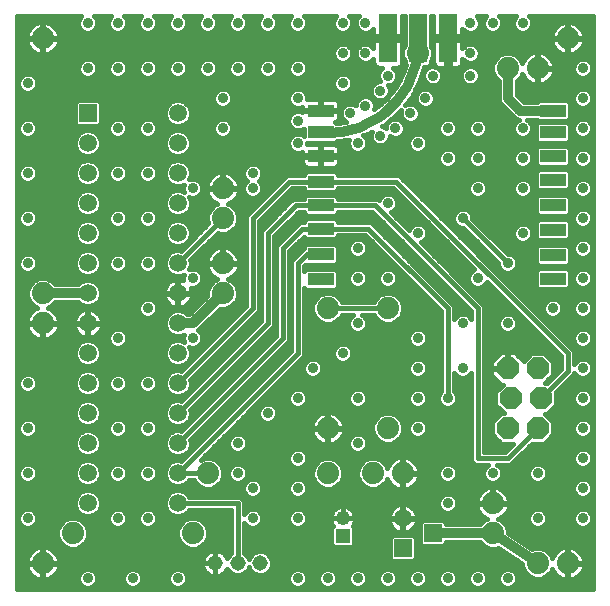
<source format=gtl>
G75*
G70*
%OFA0B0*%
%FSLAX24Y24*%
%IPPOS*%
%LPD*%
%AMOC8*
5,1,8,0,0,1.08239X$1,22.5*
%
%ADD10R,0.0860X0.0420*%
%ADD11C,0.0515*%
%ADD12OC8,0.0740*%
%ADD13R,0.0600X0.1600*%
%ADD14C,0.0740*%
%ADD15R,0.0590X0.0590*%
%ADD16C,0.0590*%
%ADD17R,0.0480X0.0480*%
%ADD18C,0.0480*%
%ADD19C,0.0320*%
%ADD20C,0.0160*%
%ADD21C,0.0356*%
D10*
X010943Y011643D03*
X010943Y012481D03*
X010943Y013331D03*
X010943Y014118D03*
X010943Y014905D03*
X010943Y015755D03*
X010943Y016543D03*
X010943Y017268D03*
X018680Y017268D03*
X018680Y016543D03*
X018680Y015755D03*
X018680Y014968D03*
X018680Y014118D03*
X018680Y013293D03*
X018680Y012456D03*
X018680Y011668D03*
D11*
X008930Y002180D03*
X008180Y002180D03*
X007430Y002180D03*
D12*
X017180Y006680D03*
X017280Y007680D03*
X018280Y007680D03*
X018180Y006680D03*
X018180Y008680D03*
X017180Y008680D03*
D13*
X015180Y019680D03*
X014180Y019680D03*
X013180Y019680D03*
D14*
X014180Y019180D03*
X017180Y018680D03*
X018180Y018680D03*
X019180Y019680D03*
X013180Y010680D03*
X011180Y010680D03*
X007680Y011180D03*
X007680Y012180D03*
X007680Y013680D03*
X007680Y014680D03*
X001680Y011180D03*
X001680Y010180D03*
X007180Y005180D03*
X006680Y003180D03*
X002680Y003180D03*
X001680Y002180D03*
X011180Y005180D03*
X011180Y006680D03*
X012680Y005180D03*
X013680Y005180D03*
X013180Y006680D03*
X016680Y004180D03*
X016680Y003180D03*
X018180Y002180D03*
X019180Y002180D03*
X001680Y019680D03*
D15*
X003180Y017180D03*
X014680Y003180D03*
X013680Y002680D03*
D16*
X013680Y003680D03*
X006180Y004180D03*
X006180Y005180D03*
X006180Y006180D03*
X006180Y007180D03*
X006180Y008180D03*
X006180Y009180D03*
X006180Y010180D03*
X006180Y011180D03*
X006180Y012180D03*
X006180Y013180D03*
X006180Y014180D03*
X006180Y015180D03*
X006180Y016180D03*
X006180Y017180D03*
X003180Y016180D03*
X003180Y015180D03*
X003180Y014180D03*
X003180Y013180D03*
X003180Y012180D03*
X003180Y011180D03*
X003180Y010180D03*
X003180Y009180D03*
X003180Y008180D03*
X003180Y007180D03*
X003180Y006180D03*
X003180Y005180D03*
X003180Y004180D03*
D17*
X011680Y003090D03*
D18*
X011680Y003680D03*
D19*
X014680Y003180D02*
X016680Y003180D01*
X018180Y002180D01*
X007680Y011180D02*
X006680Y010180D01*
X006180Y010180D01*
X003180Y011180D02*
X001680Y011180D01*
X010943Y016542D02*
X011085Y016534D01*
X011228Y016532D01*
X011371Y016537D01*
X011513Y016549D01*
X011654Y016568D01*
X011795Y016593D01*
X011934Y016625D01*
X012071Y016663D01*
X012206Y016708D01*
X012339Y016760D01*
X012470Y016818D01*
X012597Y016881D01*
X012722Y016951D01*
X012843Y017027D01*
X012960Y017108D01*
X013073Y017195D01*
X013182Y017287D01*
X013286Y017384D01*
X013386Y017486D01*
X013481Y017593D01*
X013570Y017704D01*
X013654Y017819D01*
X013733Y017938D01*
X013806Y018061D01*
X013873Y018187D01*
X013934Y018316D01*
X013988Y018448D01*
X014036Y018582D01*
X014078Y018718D01*
X014114Y018857D01*
X014142Y018996D01*
X014164Y019137D01*
X014180Y019279D01*
X014180Y019180D01*
X017180Y018680D02*
X017180Y017680D01*
X017592Y017268D01*
X018680Y017268D01*
D20*
X000820Y020410D02*
X000820Y001320D01*
X020032Y001320D01*
X020032Y020410D01*
X017900Y020410D01*
X017950Y020360D01*
X017998Y020243D01*
X017998Y020117D01*
X017950Y020000D01*
X017860Y019910D01*
X017743Y019862D01*
X017617Y019862D01*
X017500Y019910D01*
X017410Y020000D01*
X017362Y020117D01*
X017362Y020243D01*
X017410Y020360D01*
X017460Y020410D01*
X016900Y020410D01*
X016950Y020360D01*
X016998Y020243D01*
X016998Y020117D01*
X016950Y020000D01*
X016860Y019910D01*
X016743Y019862D01*
X016617Y019862D01*
X016500Y019910D01*
X016410Y020000D01*
X016362Y020117D01*
X016362Y020243D01*
X016410Y020360D01*
X016460Y020410D01*
X016150Y020410D01*
X016200Y020360D01*
X016248Y020243D01*
X016248Y020117D01*
X016200Y020000D01*
X016110Y019910D01*
X015993Y019862D01*
X015867Y019862D01*
X015750Y019910D01*
X015660Y020000D01*
X015660Y020001D01*
X015660Y019750D01*
X015250Y019750D01*
X015250Y019610D01*
X015660Y019610D01*
X015660Y019359D01*
X015660Y019360D01*
X015750Y019450D01*
X015867Y019498D01*
X015993Y019498D01*
X016110Y019450D01*
X016200Y019360D01*
X016248Y019243D01*
X016248Y019117D01*
X016200Y019000D01*
X016110Y018910D01*
X015993Y018862D01*
X015867Y018862D01*
X015750Y018910D01*
X015660Y019000D01*
X015660Y019001D01*
X015660Y018856D01*
X015648Y018811D01*
X015624Y018769D01*
X015591Y018736D01*
X015549Y018712D01*
X015504Y018700D01*
X015250Y018700D01*
X015250Y019610D01*
X015110Y019610D01*
X015110Y018700D01*
X014859Y018700D01*
X014860Y018700D01*
X014950Y018610D01*
X014998Y018493D01*
X014998Y018367D01*
X014950Y018250D01*
X014860Y018160D01*
X014743Y018112D01*
X014617Y018112D01*
X014500Y018160D01*
X014410Y018250D01*
X014362Y018367D01*
X014362Y018493D01*
X014410Y018610D01*
X014500Y018700D01*
X014617Y018748D01*
X014743Y018748D01*
X014767Y018738D01*
X014736Y018769D01*
X014712Y018811D01*
X014700Y018856D01*
X014700Y019610D01*
X015110Y019610D01*
X015110Y019750D01*
X014700Y019750D01*
X014700Y020410D01*
X014620Y020410D01*
X014620Y019450D01*
X014690Y019281D01*
X014690Y019079D01*
X014620Y018910D01*
X014620Y018822D01*
X014538Y018740D01*
X014450Y018740D01*
X014390Y018715D01*
X014272Y018307D01*
X013975Y017729D01*
X013753Y017451D01*
X013867Y017498D01*
X013993Y017498D01*
X014110Y017450D01*
X014200Y017360D01*
X014248Y017243D01*
X014248Y017117D01*
X014200Y017000D01*
X014110Y016910D01*
X013993Y016862D01*
X013867Y016862D01*
X013750Y016910D01*
X013660Y017000D01*
X013612Y017117D01*
X013612Y017243D01*
X013638Y017307D01*
X013570Y017221D01*
X013570Y017221D01*
X013074Y016802D01*
X013074Y016802D01*
X012977Y016748D01*
X012993Y016748D01*
X013110Y016700D01*
X013112Y016698D01*
X013112Y016743D01*
X013160Y016860D01*
X013250Y016950D01*
X013367Y016998D01*
X013493Y016998D01*
X013610Y016950D01*
X013700Y016860D01*
X013748Y016743D01*
X013748Y016617D01*
X013700Y016500D01*
X013610Y016410D01*
X013493Y016362D01*
X013367Y016362D01*
X013250Y016410D01*
X013248Y016412D01*
X013248Y016367D01*
X013200Y016250D01*
X013110Y016160D01*
X012993Y016112D01*
X012867Y016112D01*
X012750Y016160D01*
X012660Y016250D01*
X012612Y016367D01*
X012612Y016493D01*
X012640Y016562D01*
X012506Y016487D01*
X012506Y016487D01*
X012367Y016443D01*
X012450Y016360D01*
X012498Y016243D01*
X012498Y016117D01*
X012450Y016000D01*
X012360Y015910D01*
X012243Y015862D01*
X012117Y015862D01*
X012000Y015910D01*
X011910Y016000D01*
X011862Y016117D01*
X011862Y016243D01*
X011881Y016289D01*
X011483Y016244D01*
X011431Y016193D01*
X010498Y016193D01*
X010498Y016145D01*
X010918Y016145D01*
X010918Y015780D01*
X010918Y015730D01*
X010968Y015730D01*
X010968Y015365D01*
X011397Y015365D01*
X011443Y015378D01*
X011484Y015401D01*
X011517Y015435D01*
X011541Y015476D01*
X011553Y015522D01*
X011553Y015730D01*
X010968Y015730D01*
X010968Y015780D01*
X010918Y015780D01*
X010333Y015780D01*
X010333Y015899D01*
X010243Y015862D01*
X010117Y015862D01*
X010000Y015910D01*
X009910Y016000D01*
X009862Y016117D01*
X009862Y016243D01*
X009910Y016360D01*
X010000Y016450D01*
X010117Y016498D01*
X010243Y016498D01*
X010360Y016450D01*
X010373Y016437D01*
X010373Y016673D01*
X010360Y016660D01*
X010243Y016612D01*
X010117Y016612D01*
X010000Y016660D01*
X009910Y016750D01*
X009862Y016867D01*
X009862Y016993D01*
X009910Y017110D01*
X010000Y017200D01*
X010117Y017248D01*
X010243Y017248D01*
X010333Y017211D01*
X010333Y017243D01*
X010918Y017243D01*
X010918Y017293D01*
X010918Y017658D01*
X010498Y017658D01*
X010498Y017743D01*
X010450Y017860D01*
X010360Y017950D01*
X010243Y017998D01*
X010117Y017998D01*
X010000Y017950D01*
X009910Y017860D01*
X009862Y017743D01*
X009862Y017617D01*
X009910Y017500D01*
X010000Y017410D01*
X010117Y017362D01*
X010243Y017362D01*
X010333Y017399D01*
X010333Y017293D01*
X010918Y017293D01*
X010968Y017293D01*
X010968Y017658D01*
X011397Y017658D01*
X011443Y017645D01*
X011484Y017622D01*
X011517Y017588D01*
X011541Y017547D01*
X011553Y017501D01*
X011553Y017293D01*
X010968Y017293D01*
X010968Y017243D01*
X011553Y017243D01*
X011553Y017034D01*
X011541Y016988D01*
X011517Y016947D01*
X011484Y016914D01*
X011443Y016890D01*
X011436Y016888D01*
X011465Y016859D01*
X011758Y016892D01*
X011778Y016899D01*
X011750Y016910D01*
X011660Y017000D01*
X011612Y017117D01*
X011612Y017243D01*
X011660Y017360D01*
X011750Y017450D01*
X011867Y017498D01*
X011993Y017498D01*
X012110Y017450D01*
X012112Y017448D01*
X012112Y017493D01*
X012160Y017610D01*
X012250Y017700D01*
X012367Y017748D01*
X012493Y017748D01*
X012610Y017700D01*
X012700Y017610D01*
X012748Y017493D01*
X012748Y017367D01*
X012724Y017309D01*
X012724Y017309D01*
X013128Y017650D01*
X013458Y018064D01*
X013458Y018064D01*
X013700Y018534D01*
X013773Y018789D01*
X013740Y018822D01*
X013740Y018910D01*
X013670Y019079D01*
X013670Y019281D01*
X013740Y019450D01*
X013740Y020410D01*
X013660Y020410D01*
X013660Y019750D01*
X013250Y019750D01*
X013250Y019610D01*
X013660Y019610D01*
X013660Y018856D01*
X013648Y018811D01*
X013624Y018769D01*
X013591Y018736D01*
X013549Y018712D01*
X013504Y018700D01*
X013359Y018700D01*
X013360Y018700D01*
X013450Y018610D01*
X013498Y018493D01*
X013498Y018367D01*
X013450Y018250D01*
X013360Y018160D01*
X013243Y018112D01*
X013198Y018112D01*
X013200Y018110D01*
X013248Y017993D01*
X013248Y017867D01*
X013200Y017750D01*
X013110Y017660D01*
X012993Y017612D01*
X012867Y017612D01*
X012750Y017660D01*
X012660Y017750D01*
X012612Y017867D01*
X012612Y017993D01*
X012660Y018110D01*
X012750Y018200D01*
X012867Y018248D01*
X012912Y018248D01*
X012910Y018250D01*
X012862Y018367D01*
X012862Y018493D01*
X012910Y018610D01*
X013000Y018700D01*
X013001Y018700D01*
X012856Y018700D01*
X012811Y018712D01*
X012769Y018736D01*
X012736Y018769D01*
X012712Y018811D01*
X012700Y018856D01*
X012700Y019001D01*
X012700Y019000D01*
X012610Y018910D01*
X012493Y018862D01*
X012367Y018862D01*
X012250Y018910D01*
X012160Y019000D01*
X012112Y019117D01*
X012112Y019243D01*
X012160Y019360D01*
X012250Y019450D01*
X012367Y019498D01*
X012493Y019498D01*
X012610Y019450D01*
X012700Y019360D01*
X012700Y019359D01*
X012700Y019610D01*
X013110Y019610D01*
X013110Y019750D01*
X012700Y019750D01*
X012700Y020001D01*
X012700Y020000D01*
X012610Y019910D01*
X012493Y019862D01*
X012367Y019862D01*
X012250Y019910D01*
X012160Y020000D01*
X012112Y020117D01*
X012112Y020243D01*
X012160Y020360D01*
X012210Y020410D01*
X011900Y020410D01*
X011950Y020360D01*
X011998Y020243D01*
X011998Y020117D01*
X011950Y020000D01*
X011860Y019910D01*
X011743Y019862D01*
X011617Y019862D01*
X011500Y019910D01*
X011410Y020000D01*
X011362Y020117D01*
X011362Y020243D01*
X011410Y020360D01*
X011460Y020410D01*
X010400Y020410D01*
X010450Y020360D01*
X010498Y020243D01*
X010498Y020117D01*
X010450Y020000D01*
X010360Y019910D01*
X010243Y019862D01*
X010117Y019862D01*
X010000Y019910D01*
X009910Y020000D01*
X009862Y020117D01*
X009862Y020243D01*
X009910Y020360D01*
X009960Y020410D01*
X009400Y020410D01*
X009450Y020360D01*
X009498Y020243D01*
X009498Y020117D01*
X009450Y020000D01*
X009360Y019910D01*
X009243Y019862D01*
X009117Y019862D01*
X009000Y019910D01*
X008910Y020000D01*
X008862Y020117D01*
X008862Y020243D01*
X008910Y020360D01*
X008960Y020410D01*
X008400Y020410D01*
X008450Y020360D01*
X008498Y020243D01*
X008498Y020117D01*
X008450Y020000D01*
X008360Y019910D01*
X008243Y019862D01*
X008117Y019862D01*
X008000Y019910D01*
X007910Y020000D01*
X007862Y020117D01*
X007862Y020243D01*
X007910Y020360D01*
X007960Y020410D01*
X007400Y020410D01*
X007450Y020360D01*
X007498Y020243D01*
X007498Y020117D01*
X007450Y020000D01*
X007360Y019910D01*
X007243Y019862D01*
X007117Y019862D01*
X007000Y019910D01*
X006910Y020000D01*
X006862Y020117D01*
X006862Y020243D01*
X006910Y020360D01*
X006960Y020410D01*
X006400Y020410D01*
X006450Y020360D01*
X006498Y020243D01*
X006498Y020117D01*
X006450Y020000D01*
X006360Y019910D01*
X006243Y019862D01*
X006117Y019862D01*
X006000Y019910D01*
X005910Y020000D01*
X005862Y020117D01*
X005862Y020243D01*
X005910Y020360D01*
X005960Y020410D01*
X005400Y020410D01*
X005450Y020360D01*
X005498Y020243D01*
X005498Y020117D01*
X005450Y020000D01*
X005360Y019910D01*
X005243Y019862D01*
X005117Y019862D01*
X005000Y019910D01*
X004910Y020000D01*
X004862Y020117D01*
X004862Y020243D01*
X004910Y020360D01*
X004960Y020410D01*
X004400Y020410D01*
X004450Y020360D01*
X004498Y020243D01*
X004498Y020117D01*
X004450Y020000D01*
X004360Y019910D01*
X004243Y019862D01*
X004117Y019862D01*
X004000Y019910D01*
X003910Y020000D01*
X003862Y020117D01*
X003862Y020243D01*
X003910Y020360D01*
X003960Y020410D01*
X003400Y020410D01*
X003450Y020360D01*
X003498Y020243D01*
X003498Y020117D01*
X003450Y020000D01*
X003360Y019910D01*
X003243Y019862D01*
X003117Y019862D01*
X003000Y019910D01*
X002910Y020000D01*
X002862Y020117D01*
X002862Y020243D01*
X002910Y020360D01*
X002960Y020410D01*
X000820Y020410D01*
X000820Y020359D02*
X002910Y020359D01*
X002862Y020200D02*
X001859Y020200D01*
X001891Y020190D02*
X001809Y020216D01*
X001723Y020230D01*
X001700Y020230D01*
X001700Y019700D01*
X001660Y019700D01*
X001660Y020230D01*
X001637Y020230D01*
X001551Y020216D01*
X001469Y020190D01*
X001392Y020150D01*
X001322Y020100D01*
X001260Y020038D01*
X001210Y019968D01*
X001170Y019891D01*
X001144Y019809D01*
X001130Y019723D01*
X001130Y019700D01*
X001660Y019700D01*
X001660Y019660D01*
X001130Y019660D01*
X001130Y019637D01*
X001144Y019551D01*
X001170Y019469D01*
X001210Y019392D01*
X001260Y019322D01*
X001322Y019260D01*
X001392Y019210D01*
X001469Y019170D01*
X001551Y019144D01*
X001637Y019130D01*
X001660Y019130D01*
X001660Y019660D01*
X001700Y019660D01*
X001700Y019700D01*
X002230Y019700D01*
X002230Y019723D01*
X002216Y019809D01*
X002190Y019891D01*
X002150Y019968D01*
X002100Y020038D01*
X002038Y020100D01*
X001968Y020150D01*
X001891Y020190D01*
X001700Y020200D02*
X001660Y020200D01*
X001660Y020042D02*
X001700Y020042D01*
X001700Y019883D02*
X001660Y019883D01*
X001660Y019725D02*
X001700Y019725D01*
X001700Y019660D02*
X002230Y019660D01*
X002230Y019637D01*
X002216Y019551D01*
X002190Y019469D01*
X002150Y019392D01*
X002100Y019322D01*
X002038Y019260D01*
X001968Y019210D01*
X001891Y019170D01*
X001809Y019144D01*
X001723Y019130D01*
X001700Y019130D01*
X001700Y019660D01*
X001700Y019566D02*
X001660Y019566D01*
X001660Y019408D02*
X001700Y019408D01*
X001700Y019249D02*
X001660Y019249D01*
X001337Y019249D02*
X000820Y019249D01*
X000820Y019091D02*
X011373Y019091D01*
X011362Y019117D02*
X011410Y019000D01*
X011500Y018910D01*
X011617Y018862D01*
X011743Y018862D01*
X011860Y018910D01*
X011950Y019000D01*
X011998Y019117D01*
X011998Y019243D01*
X011950Y019360D01*
X011860Y019450D01*
X011743Y019498D01*
X011617Y019498D01*
X011500Y019450D01*
X011410Y019360D01*
X011362Y019243D01*
X011362Y019117D01*
X011364Y019249D02*
X002023Y019249D01*
X002158Y019408D02*
X011458Y019408D01*
X011902Y019408D02*
X012208Y019408D01*
X012114Y019249D02*
X011996Y019249D01*
X011987Y019091D02*
X012123Y019091D01*
X012228Y018932D02*
X011882Y018932D01*
X011478Y018932D02*
X010378Y018932D01*
X010360Y018950D02*
X010243Y018998D01*
X010117Y018998D01*
X010000Y018950D01*
X009910Y018860D01*
X009862Y018743D01*
X009862Y018617D01*
X009910Y018500D01*
X010000Y018410D01*
X010117Y018362D01*
X010243Y018362D01*
X010360Y018410D01*
X010450Y018500D01*
X010498Y018617D01*
X010498Y018743D01*
X010450Y018860D01*
X010360Y018950D01*
X010486Y018774D02*
X012734Y018774D01*
X012700Y018932D02*
X012632Y018932D01*
X012915Y018615D02*
X010497Y018615D01*
X010406Y018457D02*
X011516Y018457D01*
X011500Y018450D02*
X011410Y018360D01*
X011362Y018243D01*
X011362Y018117D01*
X011410Y018000D01*
X011500Y017910D01*
X011617Y017862D01*
X011743Y017862D01*
X011860Y017910D01*
X011950Y018000D01*
X011998Y018117D01*
X011998Y018243D01*
X011950Y018360D01*
X011860Y018450D01*
X011743Y018498D01*
X011617Y018498D01*
X011500Y018450D01*
X011385Y018298D02*
X001475Y018298D01*
X001498Y018243D02*
X001450Y018360D01*
X001360Y018450D01*
X001243Y018498D01*
X001117Y018498D01*
X001000Y018450D01*
X000910Y018360D01*
X000862Y018243D01*
X000862Y018117D01*
X000910Y018000D01*
X001000Y017910D01*
X001117Y017862D01*
X001243Y017862D01*
X001360Y017910D01*
X001450Y018000D01*
X001498Y018117D01*
X001498Y018243D01*
X001498Y018140D02*
X011362Y018140D01*
X011429Y017981D02*
X010285Y017981D01*
X010075Y017981D02*
X007785Y017981D01*
X007743Y017998D02*
X007617Y017998D01*
X007500Y017950D01*
X007410Y017860D01*
X007362Y017743D01*
X007362Y017617D01*
X007410Y017500D01*
X007500Y017410D01*
X007617Y017362D01*
X007743Y017362D01*
X007860Y017410D01*
X007950Y017500D01*
X007998Y017617D01*
X007998Y017743D01*
X007950Y017860D01*
X007860Y017950D01*
X007743Y017998D01*
X007575Y017981D02*
X001431Y017981D01*
X001344Y018457D02*
X002954Y018457D01*
X002910Y018500D02*
X003000Y018410D01*
X003117Y018362D01*
X003243Y018362D01*
X003360Y018410D01*
X003450Y018500D01*
X003498Y018617D01*
X003498Y018743D01*
X003450Y018860D01*
X003360Y018950D01*
X003243Y018998D01*
X003117Y018998D01*
X003000Y018950D01*
X002910Y018860D01*
X002862Y018743D01*
X002862Y018617D01*
X002910Y018500D01*
X002863Y018615D02*
X000820Y018615D01*
X000820Y018457D02*
X001016Y018457D01*
X000885Y018298D02*
X000820Y018298D01*
X000820Y018140D02*
X000862Y018140D01*
X000820Y017981D02*
X000929Y017981D01*
X000820Y017823D02*
X007395Y017823D01*
X007362Y017664D02*
X000820Y017664D01*
X000820Y017506D02*
X002745Y017506D01*
X002745Y017533D02*
X002745Y016827D01*
X002827Y016745D01*
X003533Y016745D01*
X003615Y016827D01*
X003615Y017533D01*
X003533Y017615D01*
X002827Y017615D01*
X002745Y017533D01*
X002745Y017347D02*
X000820Y017347D01*
X000820Y017189D02*
X002745Y017189D01*
X002745Y017030D02*
X000820Y017030D01*
X000820Y016872D02*
X000922Y016872D01*
X000910Y016860D02*
X000862Y016743D01*
X000862Y016617D01*
X000910Y016500D01*
X001000Y016410D01*
X001117Y016362D01*
X001243Y016362D01*
X001360Y016410D01*
X001450Y016500D01*
X001498Y016617D01*
X001498Y016743D01*
X001450Y016860D01*
X001360Y016950D01*
X001243Y016998D01*
X001117Y016998D01*
X001000Y016950D01*
X000910Y016860D01*
X000862Y016713D02*
X000820Y016713D01*
X000820Y016555D02*
X000888Y016555D01*
X000820Y016396D02*
X001034Y016396D01*
X000820Y016238D02*
X002745Y016238D01*
X002745Y016267D02*
X002745Y016093D01*
X002811Y015934D01*
X002934Y015811D01*
X003093Y015745D01*
X003267Y015745D01*
X003426Y015811D01*
X003549Y015934D01*
X003615Y016093D01*
X003615Y016267D01*
X003549Y016426D01*
X003426Y016549D01*
X003267Y016615D01*
X003093Y016615D01*
X002934Y016549D01*
X002811Y016426D01*
X002745Y016267D01*
X002799Y016396D02*
X001326Y016396D01*
X001472Y016555D02*
X002947Y016555D01*
X002745Y016872D02*
X001438Y016872D01*
X001498Y016713D02*
X003862Y016713D01*
X003862Y016743D02*
X003862Y016617D01*
X003910Y016500D01*
X004000Y016410D01*
X004117Y016362D01*
X004243Y016362D01*
X004360Y016410D01*
X004450Y016500D01*
X004498Y016617D01*
X004498Y016743D01*
X004450Y016860D01*
X004360Y016950D01*
X004243Y016998D01*
X004117Y016998D01*
X004000Y016950D01*
X003910Y016860D01*
X003862Y016743D01*
X003922Y016872D02*
X003615Y016872D01*
X003615Y017030D02*
X005771Y017030D01*
X005745Y017093D02*
X005811Y016934D01*
X005934Y016811D01*
X006093Y016745D01*
X006267Y016745D01*
X006426Y016811D01*
X006549Y016934D01*
X006615Y017093D01*
X006615Y017267D01*
X006549Y017426D01*
X006426Y017549D01*
X006267Y017615D01*
X006093Y017615D01*
X005934Y017549D01*
X005811Y017426D01*
X005745Y017267D01*
X005745Y017093D01*
X005745Y017189D02*
X003615Y017189D01*
X003615Y017347D02*
X005778Y017347D01*
X005890Y017506D02*
X003615Y017506D01*
X003413Y016555D02*
X003888Y016555D01*
X004034Y016396D02*
X003561Y016396D01*
X003615Y016238D02*
X005745Y016238D01*
X005745Y016267D02*
X005745Y016093D01*
X005811Y015934D01*
X005934Y015811D01*
X006093Y015745D01*
X006267Y015745D01*
X006426Y015811D01*
X006549Y015934D01*
X006615Y016093D01*
X006615Y016267D01*
X006549Y016426D01*
X006426Y016549D01*
X006267Y016615D01*
X006093Y016615D01*
X005934Y016549D01*
X005811Y016426D01*
X005745Y016267D01*
X005799Y016396D02*
X005326Y016396D01*
X005360Y016410D02*
X005243Y016362D01*
X005117Y016362D01*
X005000Y016410D01*
X004910Y016500D01*
X004862Y016617D01*
X004862Y016743D01*
X004910Y016860D01*
X005000Y016950D01*
X005117Y016998D01*
X005243Y016998D01*
X005360Y016950D01*
X005450Y016860D01*
X005498Y016743D01*
X005498Y016617D01*
X005450Y016500D01*
X005360Y016410D01*
X005472Y016555D02*
X005947Y016555D01*
X005873Y016872D02*
X005438Y016872D01*
X005498Y016713D02*
X007362Y016713D01*
X007362Y016743D02*
X007362Y016617D01*
X007410Y016500D01*
X007500Y016410D01*
X007617Y016362D01*
X007743Y016362D01*
X007860Y016410D01*
X007950Y016500D01*
X007998Y016617D01*
X007998Y016743D01*
X007950Y016860D01*
X007860Y016950D01*
X007743Y016998D01*
X007617Y016998D01*
X007500Y016950D01*
X007410Y016860D01*
X007362Y016743D01*
X007422Y016872D02*
X006487Y016872D01*
X006589Y017030D02*
X009877Y017030D01*
X009862Y016872D02*
X007938Y016872D01*
X007998Y016713D02*
X009947Y016713D01*
X009946Y016396D02*
X007826Y016396D01*
X007972Y016555D02*
X010373Y016555D01*
X009862Y016238D02*
X006615Y016238D01*
X006609Y016079D02*
X009878Y016079D01*
X009990Y015921D02*
X006536Y015921D01*
X006308Y015762D02*
X010918Y015762D01*
X010918Y015730D02*
X010333Y015730D01*
X010333Y015522D01*
X010346Y015476D01*
X010369Y015435D01*
X010403Y015401D01*
X010444Y015378D01*
X010490Y015365D01*
X010918Y015365D01*
X010918Y015730D01*
X010968Y015762D02*
X014870Y015762D01*
X014862Y015743D02*
X014862Y015617D01*
X014910Y015500D01*
X015000Y015410D01*
X015117Y015362D01*
X015243Y015362D01*
X015360Y015410D01*
X015450Y015500D01*
X015498Y015617D01*
X015498Y015743D01*
X015450Y015860D01*
X015360Y015950D01*
X015243Y015998D01*
X015117Y015998D01*
X015000Y015950D01*
X014910Y015860D01*
X014862Y015743D01*
X014867Y015604D02*
X011553Y015604D01*
X011523Y015445D02*
X014965Y015445D01*
X015395Y015445D02*
X015965Y015445D01*
X016000Y015410D02*
X016117Y015362D01*
X016243Y015362D01*
X016360Y015410D01*
X016450Y015500D01*
X016498Y015617D01*
X016498Y015743D01*
X016450Y015860D01*
X016360Y015950D01*
X016243Y015998D01*
X016117Y015998D01*
X016000Y015950D01*
X015910Y015860D01*
X015862Y015743D01*
X015862Y015617D01*
X015910Y015500D01*
X016000Y015410D01*
X015867Y015604D02*
X015493Y015604D01*
X015490Y015762D02*
X015870Y015762D01*
X015971Y015921D02*
X015389Y015921D01*
X014971Y015921D02*
X014370Y015921D01*
X014360Y015910D02*
X014450Y016000D01*
X014498Y016117D01*
X014498Y016243D01*
X014450Y016360D01*
X014360Y016450D01*
X014243Y016498D01*
X014117Y016498D01*
X014000Y016450D01*
X013910Y016360D01*
X013862Y016243D01*
X013862Y016117D01*
X013910Y016000D01*
X014000Y015910D01*
X014117Y015862D01*
X014243Y015862D01*
X014360Y015910D01*
X014482Y016079D02*
X018166Y016079D01*
X018192Y016105D02*
X018110Y016023D01*
X018110Y015487D01*
X018192Y015405D01*
X019168Y015405D01*
X019250Y015487D01*
X019250Y016023D01*
X019168Y016105D01*
X018192Y016105D01*
X018192Y016193D02*
X019168Y016193D01*
X019250Y016275D01*
X019250Y016811D01*
X019168Y016893D01*
X018192Y016893D01*
X018110Y016811D01*
X018110Y016275D01*
X018192Y016193D01*
X018147Y016238D02*
X014498Y016238D01*
X014414Y016396D02*
X015034Y016396D01*
X015000Y016410D02*
X015117Y016362D01*
X015243Y016362D01*
X015360Y016410D01*
X015450Y016500D01*
X015498Y016617D01*
X015498Y016743D01*
X015450Y016860D01*
X015360Y016950D01*
X015243Y016998D01*
X015117Y016998D01*
X015000Y016950D01*
X014910Y016860D01*
X014862Y016743D01*
X014862Y016617D01*
X014910Y016500D01*
X015000Y016410D01*
X014888Y016555D02*
X013722Y016555D01*
X013748Y016713D02*
X014862Y016713D01*
X014922Y016872D02*
X014017Y016872D01*
X013843Y016872D02*
X013688Y016872D01*
X013648Y017030D02*
X013344Y017030D01*
X013172Y016872D02*
X013156Y016872D01*
X013112Y016713D02*
X013078Y016713D01*
X013248Y016396D02*
X013284Y016396D01*
X013187Y016238D02*
X013862Y016238D01*
X013878Y016079D02*
X012482Y016079D01*
X012498Y016238D02*
X012673Y016238D01*
X012612Y016396D02*
X012414Y016396D01*
X012627Y016555D02*
X012637Y016555D01*
X012370Y015921D02*
X013990Y015921D01*
X013946Y016396D02*
X013576Y016396D01*
X014212Y017030D02*
X017406Y017030D01*
X017422Y017013D02*
X017533Y016968D01*
X017543Y016968D01*
X017500Y016950D01*
X017410Y016860D01*
X017362Y016743D01*
X017362Y016617D01*
X017410Y016500D01*
X017500Y016410D01*
X017617Y016362D01*
X017743Y016362D01*
X017860Y016410D01*
X017950Y016500D01*
X017998Y016617D01*
X017998Y016743D01*
X017950Y016860D01*
X017860Y016950D01*
X017817Y016968D01*
X018142Y016968D01*
X018192Y016918D01*
X019168Y016918D01*
X019250Y017000D01*
X019250Y017536D01*
X019168Y017618D01*
X018192Y017618D01*
X018142Y017568D01*
X017717Y017568D01*
X017480Y017804D01*
X017480Y018259D01*
X017612Y018391D01*
X017659Y018504D01*
X017670Y018469D01*
X017710Y018392D01*
X017760Y018322D01*
X017822Y018260D01*
X017892Y018210D01*
X017969Y018170D01*
X018051Y018144D01*
X018137Y018130D01*
X018160Y018130D01*
X018160Y018660D01*
X018200Y018660D01*
X018200Y018700D01*
X018160Y018700D01*
X018160Y019230D01*
X018137Y019230D01*
X018051Y019216D01*
X017969Y019190D01*
X017892Y019150D01*
X017822Y019100D01*
X017760Y019038D01*
X017710Y018968D01*
X017670Y018891D01*
X017659Y018856D01*
X017612Y018969D01*
X017469Y019112D01*
X017281Y019190D01*
X017079Y019190D01*
X016891Y019112D01*
X016748Y018969D01*
X016670Y018781D01*
X016670Y018579D01*
X016748Y018391D01*
X016880Y018259D01*
X016880Y017620D01*
X016926Y017510D01*
X017010Y017426D01*
X017422Y017013D01*
X017422Y016872D02*
X016438Y016872D01*
X016450Y016860D02*
X016360Y016950D01*
X016243Y016998D01*
X016117Y016998D01*
X016000Y016950D01*
X015910Y016860D01*
X015862Y016743D01*
X015862Y016617D01*
X015910Y016500D01*
X016000Y016410D01*
X016117Y016362D01*
X016243Y016362D01*
X016360Y016410D01*
X016450Y016500D01*
X016498Y016617D01*
X016498Y016743D01*
X016450Y016860D01*
X016498Y016713D02*
X017362Y016713D01*
X017388Y016555D02*
X016472Y016555D01*
X016326Y016396D02*
X017534Y016396D01*
X017826Y016396D02*
X018110Y016396D01*
X018110Y016555D02*
X017972Y016555D01*
X017998Y016713D02*
X018110Y016713D01*
X018171Y016872D02*
X017938Y016872D01*
X017247Y017189D02*
X014248Y017189D01*
X014205Y017347D02*
X017089Y017347D01*
X016930Y017506D02*
X014702Y017506D01*
X014700Y017500D02*
X014748Y017617D01*
X014748Y017743D01*
X014700Y017860D01*
X014610Y017950D01*
X014493Y017998D01*
X014367Y017998D01*
X014250Y017950D01*
X014160Y017860D01*
X014112Y017743D01*
X014112Y017617D01*
X014160Y017500D01*
X014250Y017410D01*
X014367Y017362D01*
X014493Y017362D01*
X014610Y017410D01*
X014700Y017500D01*
X014748Y017664D02*
X016880Y017664D01*
X016880Y017823D02*
X014715Y017823D01*
X014535Y017981D02*
X016880Y017981D01*
X016880Y018140D02*
X016060Y018140D01*
X016110Y018160D02*
X016200Y018250D01*
X016248Y018367D01*
X016248Y018493D01*
X016200Y018610D01*
X016110Y018700D01*
X015993Y018748D01*
X015867Y018748D01*
X015750Y018700D01*
X015660Y018610D01*
X015612Y018493D01*
X015612Y018367D01*
X015660Y018250D01*
X015750Y018160D01*
X015867Y018112D01*
X015993Y018112D01*
X016110Y018160D01*
X016220Y018298D02*
X016841Y018298D01*
X016721Y018457D02*
X016248Y018457D01*
X016195Y018615D02*
X016670Y018615D01*
X016670Y018774D02*
X015626Y018774D01*
X015660Y018932D02*
X015728Y018932D01*
X015665Y018615D02*
X014945Y018615D01*
X014998Y018457D02*
X015612Y018457D01*
X015640Y018298D02*
X014970Y018298D01*
X014810Y018140D02*
X015800Y018140D01*
X015250Y018774D02*
X015110Y018774D01*
X015110Y018932D02*
X015250Y018932D01*
X015250Y019091D02*
X015110Y019091D01*
X015110Y019249D02*
X015250Y019249D01*
X015250Y019408D02*
X015110Y019408D01*
X015110Y019566D02*
X015250Y019566D01*
X015250Y019725D02*
X018630Y019725D01*
X018630Y019723D02*
X018630Y019700D01*
X019160Y019700D01*
X019160Y020230D01*
X019137Y020230D01*
X019051Y020216D01*
X018969Y020190D01*
X018892Y020150D01*
X018822Y020100D01*
X018760Y020038D01*
X018710Y019968D01*
X018670Y019891D01*
X018644Y019809D01*
X018630Y019723D01*
X018630Y019660D02*
X018630Y019637D01*
X018644Y019551D01*
X018670Y019469D01*
X018710Y019392D01*
X018760Y019322D01*
X018822Y019260D01*
X018892Y019210D01*
X018969Y019170D01*
X019051Y019144D01*
X019137Y019130D01*
X019160Y019130D01*
X019160Y019660D01*
X018630Y019660D01*
X018641Y019566D02*
X015660Y019566D01*
X015660Y019408D02*
X015708Y019408D01*
X016152Y019408D02*
X018702Y019408D01*
X018837Y019249D02*
X016246Y019249D01*
X016237Y019091D02*
X016869Y019091D01*
X016732Y018932D02*
X016132Y018932D01*
X016044Y019883D02*
X016566Y019883D01*
X016794Y019883D02*
X017566Y019883D01*
X017794Y019883D02*
X018668Y019883D01*
X018764Y020042D02*
X017967Y020042D01*
X017998Y020200D02*
X019001Y020200D01*
X019160Y020200D02*
X019200Y020200D01*
X019200Y020230D02*
X019200Y019700D01*
X019160Y019700D01*
X019160Y019660D01*
X019200Y019660D01*
X019200Y019700D01*
X019730Y019700D01*
X019730Y019723D01*
X019716Y019809D01*
X019690Y019891D01*
X019650Y019968D01*
X019600Y020038D01*
X019538Y020100D01*
X019468Y020150D01*
X019391Y020190D01*
X019309Y020216D01*
X019223Y020230D01*
X019200Y020230D01*
X019359Y020200D02*
X020032Y020200D01*
X020032Y020042D02*
X019596Y020042D01*
X019692Y019883D02*
X020032Y019883D01*
X020032Y019725D02*
X019730Y019725D01*
X019730Y019660D02*
X019200Y019660D01*
X019200Y019130D01*
X019223Y019130D01*
X019309Y019144D01*
X019391Y019170D01*
X019468Y019210D01*
X019538Y019260D01*
X019600Y019322D01*
X019650Y019392D01*
X019690Y019469D01*
X019716Y019551D01*
X019730Y019637D01*
X019730Y019660D01*
X019719Y019566D02*
X020032Y019566D01*
X020032Y019408D02*
X019658Y019408D01*
X019523Y019249D02*
X020032Y019249D01*
X020032Y019091D02*
X018547Y019091D01*
X018538Y019100D02*
X018468Y019150D01*
X018391Y019190D01*
X018309Y019216D01*
X018223Y019230D01*
X018200Y019230D01*
X018200Y018700D01*
X018730Y018700D01*
X018730Y018723D01*
X018716Y018809D01*
X018690Y018891D01*
X018650Y018968D01*
X018600Y019038D01*
X018538Y019100D01*
X018669Y018932D02*
X019482Y018932D01*
X019500Y018950D02*
X019410Y018860D01*
X019362Y018743D01*
X019362Y018617D01*
X019410Y018500D01*
X019500Y018410D01*
X019617Y018362D01*
X019743Y018362D01*
X019860Y018410D01*
X019950Y018500D01*
X019998Y018617D01*
X019998Y018743D01*
X019950Y018860D01*
X019860Y018950D01*
X019743Y018998D01*
X019617Y018998D01*
X019500Y018950D01*
X019374Y018774D02*
X018722Y018774D01*
X018730Y018660D02*
X018200Y018660D01*
X018200Y018130D01*
X018223Y018130D01*
X018309Y018144D01*
X018391Y018170D01*
X018468Y018210D01*
X018538Y018260D01*
X018600Y018322D01*
X018650Y018392D01*
X018690Y018469D01*
X018716Y018551D01*
X018730Y018637D01*
X018730Y018660D01*
X018727Y018615D02*
X019363Y018615D01*
X019454Y018457D02*
X018683Y018457D01*
X018576Y018298D02*
X020032Y018298D01*
X020032Y018140D02*
X018283Y018140D01*
X018200Y018140D02*
X018160Y018140D01*
X018077Y018140D02*
X017480Y018140D01*
X017480Y017981D02*
X019575Y017981D01*
X019617Y017998D02*
X019500Y017950D01*
X019410Y017860D01*
X019362Y017743D01*
X019362Y017617D01*
X019410Y017500D01*
X019500Y017410D01*
X019617Y017362D01*
X019743Y017362D01*
X019860Y017410D01*
X019950Y017500D01*
X019998Y017617D01*
X019998Y017743D01*
X019950Y017860D01*
X019860Y017950D01*
X019743Y017998D01*
X019617Y017998D01*
X019785Y017981D02*
X020032Y017981D01*
X020032Y017823D02*
X019965Y017823D01*
X019998Y017664D02*
X020032Y017664D01*
X020032Y017506D02*
X019952Y017506D01*
X020032Y017347D02*
X019250Y017347D01*
X019250Y017189D02*
X020032Y017189D01*
X020032Y017030D02*
X019250Y017030D01*
X019189Y016872D02*
X019422Y016872D01*
X019410Y016860D02*
X019362Y016743D01*
X019362Y016617D01*
X019410Y016500D01*
X019500Y016410D01*
X019617Y016362D01*
X019743Y016362D01*
X019860Y016410D01*
X019950Y016500D01*
X019998Y016617D01*
X019998Y016743D01*
X019950Y016860D01*
X019860Y016950D01*
X019743Y016998D01*
X019617Y016998D01*
X019500Y016950D01*
X019410Y016860D01*
X019362Y016713D02*
X019250Y016713D01*
X019250Y016555D02*
X019388Y016555D01*
X019250Y016396D02*
X019534Y016396D01*
X019826Y016396D02*
X020032Y016396D01*
X020032Y016238D02*
X019213Y016238D01*
X019194Y016079D02*
X020032Y016079D01*
X020032Y015921D02*
X019889Y015921D01*
X019860Y015950D02*
X019950Y015860D01*
X019998Y015743D01*
X019998Y015617D01*
X019950Y015500D01*
X019860Y015410D01*
X019743Y015362D01*
X019617Y015362D01*
X019500Y015410D01*
X019410Y015500D01*
X019362Y015617D01*
X019362Y015743D01*
X019410Y015860D01*
X019500Y015950D01*
X019617Y015998D01*
X019743Y015998D01*
X019860Y015950D01*
X019990Y015762D02*
X020032Y015762D01*
X020032Y015604D02*
X019993Y015604D01*
X020032Y015445D02*
X019895Y015445D01*
X020032Y015287D02*
X019199Y015287D01*
X019168Y015318D02*
X018192Y015318D01*
X018110Y015236D01*
X018110Y014700D01*
X018192Y014618D01*
X019168Y014618D01*
X019250Y014700D01*
X019250Y015236D01*
X019168Y015318D01*
X019208Y015445D02*
X019465Y015445D01*
X019367Y015604D02*
X019250Y015604D01*
X019250Y015762D02*
X019370Y015762D01*
X019471Y015921D02*
X019250Y015921D01*
X019972Y016555D02*
X020032Y016555D01*
X020032Y016713D02*
X019998Y016713D01*
X020032Y016872D02*
X019938Y016872D01*
X019408Y017506D02*
X019250Y017506D01*
X019362Y017664D02*
X017620Y017664D01*
X017480Y017823D02*
X019395Y017823D01*
X019906Y018457D02*
X020032Y018457D01*
X020032Y018615D02*
X019997Y018615D01*
X019986Y018774D02*
X020032Y018774D01*
X020032Y018932D02*
X019878Y018932D01*
X019200Y019249D02*
X019160Y019249D01*
X019160Y019408D02*
X019200Y019408D01*
X019200Y019566D02*
X019160Y019566D01*
X019160Y019725D02*
X019200Y019725D01*
X019200Y019883D02*
X019160Y019883D01*
X019160Y020042D02*
X019200Y020042D01*
X020032Y020359D02*
X017950Y020359D01*
X017410Y020359D02*
X016950Y020359D01*
X016998Y020200D02*
X017362Y020200D01*
X017393Y020042D02*
X016967Y020042D01*
X016393Y020042D02*
X016217Y020042D01*
X016248Y020200D02*
X016362Y020200D01*
X016410Y020359D02*
X016200Y020359D01*
X015816Y019883D02*
X015660Y019883D01*
X015110Y019725D02*
X014620Y019725D01*
X014620Y019883D02*
X014700Y019883D01*
X014700Y020042D02*
X014620Y020042D01*
X014620Y020200D02*
X014700Y020200D01*
X014700Y020359D02*
X014620Y020359D01*
X014620Y019566D02*
X014700Y019566D01*
X014700Y019408D02*
X014638Y019408D01*
X014690Y019249D02*
X014700Y019249D01*
X014690Y019091D02*
X014700Y019091D01*
X014700Y018932D02*
X014629Y018932D01*
X014572Y018774D02*
X014734Y018774D01*
X014415Y018615D02*
X014361Y018615D01*
X014362Y018457D02*
X014316Y018457D01*
X014268Y018298D02*
X014390Y018298D01*
X014550Y018140D02*
X014186Y018140D01*
X014105Y017981D02*
X014325Y017981D01*
X014145Y017823D02*
X014023Y017823D01*
X014112Y017664D02*
X013923Y017664D01*
X013796Y017506D02*
X014158Y017506D01*
X013612Y017189D02*
X013531Y017189D01*
X013570Y017221D02*
X013570Y017221D01*
X013139Y017664D02*
X013114Y017664D01*
X013230Y017823D02*
X013265Y017823D01*
X013248Y017981D02*
X013392Y017981D01*
X013310Y018140D02*
X013497Y018140D01*
X013470Y018298D02*
X013578Y018298D01*
X013498Y018457D02*
X013660Y018457D01*
X013723Y018615D02*
X013445Y018615D01*
X013626Y018774D02*
X013769Y018774D01*
X013731Y018932D02*
X013660Y018932D01*
X013660Y019091D02*
X013670Y019091D01*
X013660Y019249D02*
X013670Y019249D01*
X013660Y019408D02*
X013722Y019408D01*
X013740Y019566D02*
X013660Y019566D01*
X013740Y019725D02*
X013250Y019725D01*
X013110Y019725D02*
X002230Y019725D01*
X002219Y019566D02*
X012700Y019566D01*
X012700Y019408D02*
X012652Y019408D01*
X012700Y019883D02*
X012544Y019883D01*
X012316Y019883D02*
X011794Y019883D01*
X011566Y019883D02*
X010294Y019883D01*
X010066Y019883D02*
X009294Y019883D01*
X009066Y019883D02*
X008294Y019883D01*
X008066Y019883D02*
X007294Y019883D01*
X007066Y019883D02*
X006294Y019883D01*
X006066Y019883D02*
X005294Y019883D01*
X005066Y019883D02*
X004294Y019883D01*
X004066Y019883D02*
X003294Y019883D01*
X003066Y019883D02*
X002192Y019883D01*
X002096Y020042D02*
X002893Y020042D01*
X003467Y020042D02*
X003893Y020042D01*
X003862Y020200D02*
X003498Y020200D01*
X003450Y020359D02*
X003910Y020359D01*
X004450Y020359D02*
X004910Y020359D01*
X004862Y020200D02*
X004498Y020200D01*
X004467Y020042D02*
X004893Y020042D01*
X005467Y020042D02*
X005893Y020042D01*
X005862Y020200D02*
X005498Y020200D01*
X005450Y020359D02*
X005910Y020359D01*
X006450Y020359D02*
X006910Y020359D01*
X006862Y020200D02*
X006498Y020200D01*
X006467Y020042D02*
X006893Y020042D01*
X007467Y020042D02*
X007893Y020042D01*
X007862Y020200D02*
X007498Y020200D01*
X007450Y020359D02*
X007910Y020359D01*
X008450Y020359D02*
X008910Y020359D01*
X008862Y020200D02*
X008498Y020200D01*
X008467Y020042D02*
X008893Y020042D01*
X009467Y020042D02*
X009893Y020042D01*
X009862Y020200D02*
X009498Y020200D01*
X009450Y020359D02*
X009910Y020359D01*
X010450Y020359D02*
X011410Y020359D01*
X011362Y020200D02*
X010498Y020200D01*
X010467Y020042D02*
X011393Y020042D01*
X011950Y020359D02*
X012160Y020359D01*
X012112Y020200D02*
X011998Y020200D01*
X011967Y020042D02*
X012143Y020042D01*
X013660Y020042D02*
X013740Y020042D01*
X013740Y020200D02*
X013660Y020200D01*
X013660Y020359D02*
X013740Y020359D01*
X013740Y019883D02*
X013660Y019883D01*
X012862Y018457D02*
X011844Y018457D01*
X011975Y018298D02*
X012890Y018298D01*
X012690Y018140D02*
X011998Y018140D01*
X011931Y017981D02*
X012612Y017981D01*
X012630Y017823D02*
X010465Y017823D01*
X010498Y017664D02*
X012214Y017664D01*
X012117Y017506D02*
X011552Y017506D01*
X011553Y017347D02*
X011655Y017347D01*
X011612Y017189D02*
X011553Y017189D01*
X011552Y017030D02*
X011648Y017030D01*
X011577Y016872D02*
X011452Y016872D01*
X011476Y016238D02*
X011862Y016238D01*
X011878Y016079D02*
X011514Y016079D01*
X011517Y016076D02*
X011484Y016109D01*
X011443Y016133D01*
X011397Y016145D01*
X010968Y016145D01*
X010968Y015780D01*
X011553Y015780D01*
X011553Y015989D01*
X011541Y016035D01*
X011517Y016076D01*
X011553Y015921D02*
X011990Y015921D01*
X011431Y015255D02*
X010455Y015255D01*
X010373Y015173D01*
X010373Y015125D01*
X009814Y015125D01*
X009685Y014997D01*
X009685Y014997D01*
X008589Y013900D01*
X008589Y013900D01*
X008460Y013771D01*
X008460Y010771D01*
X006293Y008604D01*
X006267Y008615D01*
X006093Y008615D01*
X005934Y008549D01*
X005811Y008426D01*
X005745Y008267D01*
X005745Y008093D01*
X005811Y007934D01*
X005934Y007811D01*
X006093Y007745D01*
X006267Y007745D01*
X006426Y007811D01*
X006549Y007934D01*
X006615Y008093D01*
X006615Y008267D01*
X006604Y008293D01*
X008771Y010460D01*
X008900Y010589D01*
X008900Y013589D01*
X009997Y014685D01*
X010373Y014685D01*
X010373Y014637D01*
X010455Y014555D01*
X011431Y014555D01*
X011513Y014637D01*
X011513Y014685D01*
X013363Y014685D01*
X016070Y011979D01*
X016000Y011950D01*
X015910Y011860D01*
X015862Y011743D01*
X015862Y011617D01*
X015910Y011500D01*
X016000Y011410D01*
X016117Y011362D01*
X016243Y011362D01*
X016360Y011410D01*
X016450Y011500D01*
X016479Y011570D01*
X018960Y009089D01*
X018960Y008671D01*
X018479Y008190D01*
X018411Y008190D01*
X018690Y008469D01*
X018690Y008891D01*
X018391Y009190D01*
X017969Y009190D01*
X017708Y008930D01*
X017408Y009230D01*
X017200Y009230D01*
X017200Y008700D01*
X017160Y008700D01*
X017160Y009230D01*
X016952Y009230D01*
X016630Y008908D01*
X016630Y008700D01*
X017160Y008700D01*
X017160Y008660D01*
X016630Y008660D01*
X016630Y008452D01*
X016952Y008130D01*
X017009Y008130D01*
X016770Y007891D01*
X016770Y007469D01*
X017049Y007190D01*
X016969Y007190D01*
X016670Y006891D01*
X016670Y006469D01*
X016969Y006170D01*
X017359Y006170D01*
X017089Y005900D01*
X016400Y005900D01*
X016400Y010771D01*
X014290Y012881D01*
X014360Y012910D01*
X014450Y013000D01*
X014498Y013117D01*
X014498Y013243D01*
X014450Y013360D01*
X014360Y013450D01*
X014243Y013498D01*
X014117Y013498D01*
X014000Y013450D01*
X013910Y013360D01*
X013881Y013290D01*
X013290Y013881D01*
X013360Y013910D01*
X013450Y014000D01*
X013498Y014117D01*
X013498Y014243D01*
X013450Y014360D01*
X013360Y014450D01*
X013243Y014498D01*
X013117Y014498D01*
X013000Y014450D01*
X012910Y014360D01*
X012881Y014290D01*
X012833Y014338D01*
X011513Y014338D01*
X011513Y014386D01*
X011431Y014468D01*
X010455Y014468D01*
X010373Y014386D01*
X010373Y014338D01*
X010027Y014338D01*
X009898Y014209D01*
X008960Y013271D01*
X008960Y010271D01*
X006293Y007604D01*
X006267Y007615D01*
X006093Y007615D01*
X005934Y007549D01*
X005811Y007426D01*
X005745Y007267D01*
X005745Y007093D01*
X005811Y006934D01*
X005934Y006811D01*
X006093Y006745D01*
X006267Y006745D01*
X006426Y006811D01*
X006549Y006934D01*
X006615Y007093D01*
X006615Y007267D01*
X006604Y007293D01*
X009271Y009960D01*
X009400Y010089D01*
X009400Y013089D01*
X010209Y013898D01*
X010373Y013898D01*
X010373Y013850D01*
X010455Y013768D01*
X011431Y013768D01*
X011513Y013850D01*
X011513Y013898D01*
X012651Y013898D01*
X015960Y010589D01*
X015960Y010335D01*
X015950Y010360D01*
X015860Y010450D01*
X015743Y010498D01*
X015617Y010498D01*
X015500Y010450D01*
X015410Y010360D01*
X015400Y010335D01*
X015400Y010771D01*
X012749Y013422D01*
X012621Y013551D01*
X011513Y013551D01*
X011513Y013599D01*
X011431Y013681D01*
X010455Y013681D01*
X010373Y013599D01*
X010373Y013551D01*
X010239Y013551D01*
X010111Y013422D01*
X009460Y012771D01*
X009460Y009771D01*
X006293Y006604D01*
X006267Y006615D01*
X006093Y006615D01*
X005934Y006549D01*
X005811Y006426D01*
X005745Y006267D01*
X005745Y006093D01*
X005811Y005934D01*
X005934Y005811D01*
X006093Y005745D01*
X006267Y005745D01*
X006426Y005811D01*
X006549Y005934D01*
X006615Y006093D01*
X006615Y006267D01*
X006604Y006293D01*
X009771Y009460D01*
X009900Y009589D01*
X009900Y012589D01*
X010374Y013062D01*
X010455Y012981D01*
X011431Y012981D01*
X011513Y013063D01*
X011513Y013111D01*
X012438Y013111D01*
X014960Y010589D01*
X014960Y007910D01*
X014910Y007860D01*
X014862Y007743D01*
X014862Y007617D01*
X014910Y007500D01*
X015000Y007410D01*
X015117Y007362D01*
X015243Y007362D01*
X015360Y007410D01*
X015450Y007500D01*
X015498Y007617D01*
X015498Y007743D01*
X015450Y007860D01*
X015400Y007910D01*
X015400Y008525D01*
X015410Y008500D01*
X015500Y008410D01*
X015617Y008362D01*
X015743Y008362D01*
X015860Y008410D01*
X015950Y008500D01*
X015960Y008525D01*
X015960Y005589D01*
X016089Y005460D01*
X016525Y005460D01*
X016500Y005450D01*
X016410Y005360D01*
X016362Y005243D01*
X016362Y005117D01*
X016410Y005000D01*
X016500Y004910D01*
X016617Y004862D01*
X016743Y004862D01*
X016860Y004910D01*
X016950Y005000D01*
X016998Y005117D01*
X016998Y005243D01*
X016950Y005360D01*
X016860Y005450D01*
X016835Y005460D01*
X017271Y005460D01*
X017400Y005589D01*
X017981Y006170D01*
X018391Y006170D01*
X018690Y006469D01*
X018690Y006891D01*
X018411Y007170D01*
X018491Y007170D01*
X018790Y007469D01*
X018790Y007879D01*
X019400Y008489D01*
X019400Y008525D01*
X019410Y008500D01*
X019500Y008410D01*
X019617Y008362D01*
X019743Y008362D01*
X019860Y008410D01*
X019950Y008500D01*
X019998Y008617D01*
X019998Y008743D01*
X019950Y008860D01*
X019860Y008950D01*
X019743Y008998D01*
X019617Y008998D01*
X019500Y008950D01*
X019410Y008860D01*
X019400Y008835D01*
X019400Y009271D01*
X019271Y009400D01*
X013546Y015125D01*
X011513Y015125D01*
X011513Y015173D01*
X011431Y015255D01*
X011513Y015128D02*
X018110Y015128D01*
X018110Y014970D02*
X017812Y014970D01*
X017860Y014950D02*
X017743Y014998D01*
X017617Y014998D01*
X017500Y014950D01*
X017410Y014860D01*
X017362Y014743D01*
X017362Y014617D01*
X017410Y014500D01*
X017500Y014410D01*
X017617Y014362D01*
X017743Y014362D01*
X017860Y014410D01*
X017950Y014500D01*
X017998Y014617D01*
X017998Y014743D01*
X017950Y014860D01*
X017860Y014950D01*
X017970Y014811D02*
X018110Y014811D01*
X018157Y014653D02*
X017998Y014653D01*
X017944Y014494D02*
X019416Y014494D01*
X019410Y014500D02*
X019500Y014410D01*
X019617Y014362D01*
X019743Y014362D01*
X019860Y014410D01*
X019950Y014500D01*
X019998Y014617D01*
X019998Y014743D01*
X019950Y014860D01*
X019860Y014950D01*
X019743Y014998D01*
X019617Y014998D01*
X019500Y014950D01*
X019410Y014860D01*
X019362Y014743D01*
X019362Y014617D01*
X019410Y014500D01*
X019362Y014653D02*
X019203Y014653D01*
X019250Y014811D02*
X019390Y014811D01*
X019250Y014970D02*
X019548Y014970D01*
X019812Y014970D02*
X020032Y014970D01*
X020032Y015128D02*
X019250Y015128D01*
X019168Y014468D02*
X018192Y014468D01*
X018110Y014386D01*
X018110Y013850D01*
X018192Y013768D01*
X019168Y013768D01*
X019250Y013850D01*
X019250Y014386D01*
X019168Y014468D01*
X019250Y014336D02*
X020032Y014336D01*
X020032Y014494D02*
X019944Y014494D01*
X019998Y014653D02*
X020032Y014653D01*
X020032Y014811D02*
X019970Y014811D01*
X020032Y014177D02*
X019250Y014177D01*
X019250Y014019D02*
X020032Y014019D01*
X020032Y013860D02*
X019950Y013860D01*
X019860Y013950D01*
X019743Y013998D01*
X019617Y013998D01*
X019500Y013950D01*
X019410Y013860D01*
X019250Y013860D01*
X019410Y013860D02*
X019362Y013743D01*
X019362Y013617D01*
X019410Y013500D01*
X019500Y013410D01*
X019617Y013362D01*
X019743Y013362D01*
X019860Y013410D01*
X019950Y013500D01*
X019998Y013617D01*
X019998Y013743D01*
X019950Y013860D01*
X019998Y013702D02*
X020032Y013702D01*
X020032Y013543D02*
X019968Y013543D01*
X020032Y013385D02*
X019798Y013385D01*
X019562Y013385D02*
X019250Y013385D01*
X019250Y013543D02*
X019392Y013543D01*
X019250Y013561D02*
X019168Y013643D01*
X018192Y013643D01*
X018110Y013561D01*
X018110Y013025D01*
X018192Y012943D01*
X019168Y012943D01*
X019250Y013025D01*
X019250Y013561D01*
X019362Y013702D02*
X015998Y013702D01*
X015998Y013673D02*
X015998Y013743D01*
X015950Y013860D01*
X018110Y013860D01*
X018110Y014019D02*
X014653Y014019D01*
X014494Y014177D02*
X018110Y014177D01*
X018110Y014336D02*
X014336Y014336D01*
X014177Y014494D02*
X015916Y014494D01*
X015910Y014500D02*
X016000Y014410D01*
X016117Y014362D01*
X016243Y014362D01*
X016360Y014410D01*
X016450Y014500D01*
X016498Y014617D01*
X016498Y014743D01*
X016450Y014860D01*
X016360Y014950D01*
X016243Y014998D01*
X016117Y014998D01*
X016000Y014950D01*
X015910Y014860D01*
X015862Y014743D01*
X015862Y014617D01*
X015910Y014500D01*
X015862Y014653D02*
X014019Y014653D01*
X013860Y014811D02*
X015890Y014811D01*
X016048Y014970D02*
X013702Y014970D01*
X013455Y014905D02*
X019180Y009180D01*
X019180Y008580D01*
X018280Y007680D01*
X018790Y007679D02*
X019362Y007679D01*
X019362Y007617D02*
X019410Y007500D01*
X019500Y007410D01*
X019617Y007362D01*
X019743Y007362D01*
X019860Y007410D01*
X019950Y007500D01*
X019998Y007617D01*
X019998Y007743D01*
X019950Y007860D01*
X019860Y007950D01*
X019743Y007998D01*
X019617Y007998D01*
X019500Y007950D01*
X019410Y007860D01*
X019362Y007743D01*
X019362Y007617D01*
X019402Y007520D02*
X018790Y007520D01*
X018683Y007362D02*
X020032Y007362D01*
X020032Y007520D02*
X019958Y007520D01*
X019998Y007679D02*
X020032Y007679D01*
X020032Y007837D02*
X019959Y007837D01*
X020032Y007996D02*
X019750Y007996D01*
X019610Y007996D02*
X018907Y007996D01*
X018790Y007837D02*
X019401Y007837D01*
X019065Y008154D02*
X020032Y008154D01*
X020032Y008313D02*
X019224Y008313D01*
X019382Y008471D02*
X019439Y008471D01*
X019400Y008947D02*
X019497Y008947D01*
X019400Y009105D02*
X020032Y009105D01*
X020032Y008947D02*
X019863Y008947D01*
X019980Y008788D02*
X020032Y008788D01*
X020032Y008630D02*
X019998Y008630D01*
X020032Y008471D02*
X019921Y008471D01*
X020032Y009264D02*
X019400Y009264D01*
X019500Y009410D02*
X019410Y009500D01*
X019362Y009617D01*
X019362Y009743D01*
X019410Y009860D01*
X019500Y009950D01*
X019617Y009998D01*
X019743Y009998D01*
X019860Y009950D01*
X019950Y009860D01*
X019998Y009743D01*
X019998Y009617D01*
X019950Y009500D01*
X019860Y009410D01*
X019743Y009362D01*
X019617Y009362D01*
X019500Y009410D01*
X019488Y009422D02*
X019249Y009422D01*
X019377Y009581D02*
X019091Y009581D01*
X018932Y009739D02*
X019362Y009739D01*
X019448Y009898D02*
X018774Y009898D01*
X018615Y010056D02*
X020032Y010056D01*
X020032Y009898D02*
X019912Y009898D01*
X019998Y009739D02*
X020032Y009739D01*
X020032Y009581D02*
X019983Y009581D01*
X020032Y009422D02*
X019872Y009422D01*
X020032Y010215D02*
X018457Y010215D01*
X018500Y010410D02*
X018617Y010362D01*
X018743Y010362D01*
X018860Y010410D01*
X018950Y010500D01*
X018998Y010617D01*
X018998Y010743D01*
X018950Y010860D01*
X018860Y010950D01*
X018743Y010998D01*
X018617Y010998D01*
X018500Y010950D01*
X018410Y010860D01*
X018362Y010743D01*
X018362Y010617D01*
X018410Y010500D01*
X018500Y010410D01*
X018590Y010373D02*
X018298Y010373D01*
X018397Y010532D02*
X018140Y010532D01*
X017981Y010690D02*
X018362Y010690D01*
X018405Y010849D02*
X017823Y010849D01*
X017664Y011007D02*
X020032Y011007D01*
X020032Y010849D02*
X019955Y010849D01*
X019950Y010860D02*
X019860Y010950D01*
X019743Y010998D01*
X019617Y010998D01*
X019500Y010950D01*
X019410Y010860D01*
X019362Y010743D01*
X019362Y010617D01*
X019410Y010500D01*
X019500Y010410D01*
X019617Y010362D01*
X019743Y010362D01*
X019860Y010410D01*
X019950Y010500D01*
X019998Y010617D01*
X019998Y010743D01*
X019950Y010860D01*
X019998Y010690D02*
X020032Y010690D01*
X020032Y010532D02*
X019963Y010532D01*
X020032Y010373D02*
X019770Y010373D01*
X019590Y010373D02*
X018770Y010373D01*
X018963Y010532D02*
X019397Y010532D01*
X019362Y010690D02*
X018998Y010690D01*
X018955Y010849D02*
X019405Y010849D01*
X019168Y011318D02*
X019250Y011400D01*
X019250Y011936D01*
X019168Y012018D01*
X018192Y012018D01*
X018110Y011936D01*
X018110Y011400D01*
X018192Y011318D01*
X019168Y011318D01*
X019174Y011324D02*
X020032Y011324D01*
X020032Y011166D02*
X017506Y011166D01*
X017347Y011324D02*
X018186Y011324D01*
X018110Y011483D02*
X017189Y011483D01*
X017030Y011641D02*
X018110Y011641D01*
X018110Y011800D02*
X016872Y011800D01*
X017000Y011910D02*
X016910Y012000D01*
X016862Y012117D01*
X016862Y012187D01*
X015687Y013362D01*
X015617Y013362D01*
X015500Y013410D01*
X015410Y013500D01*
X015362Y013617D01*
X015362Y013743D01*
X015410Y013860D01*
X014811Y013860D01*
X014970Y013702D02*
X015362Y013702D01*
X015392Y013543D02*
X015128Y013543D01*
X015287Y013385D02*
X015562Y013385D01*
X015445Y013226D02*
X015823Y013226D01*
X015981Y013068D02*
X015604Y013068D01*
X015762Y012909D02*
X016140Y012909D01*
X016298Y012751D02*
X015921Y012751D01*
X016079Y012592D02*
X016457Y012592D01*
X016615Y012434D02*
X016238Y012434D01*
X016396Y012275D02*
X016774Y012275D01*
X016862Y012117D02*
X016555Y012117D01*
X016713Y011958D02*
X016952Y011958D01*
X017000Y011910D02*
X017117Y011862D01*
X017243Y011862D01*
X017360Y011910D01*
X017450Y012000D01*
X017498Y012117D01*
X017498Y012243D01*
X017450Y012360D01*
X017360Y012450D01*
X017243Y012498D01*
X017173Y012498D01*
X015998Y013673D01*
X016128Y013543D02*
X018110Y013543D01*
X018110Y013385D02*
X017925Y013385D01*
X017950Y013360D02*
X017860Y013450D01*
X017743Y013498D01*
X017617Y013498D01*
X017500Y013450D01*
X017410Y013360D01*
X017362Y013243D01*
X017362Y013117D01*
X017410Y013000D01*
X017500Y012910D01*
X017617Y012862D01*
X017743Y012862D01*
X017860Y012910D01*
X017950Y013000D01*
X017998Y013117D01*
X017998Y013243D01*
X017950Y013360D01*
X017998Y013226D02*
X018110Y013226D01*
X018110Y013068D02*
X017978Y013068D01*
X017857Y012909D02*
X019459Y012909D01*
X019500Y012950D02*
X019410Y012860D01*
X019362Y012743D01*
X019362Y012617D01*
X019410Y012500D01*
X019500Y012410D01*
X019617Y012362D01*
X019743Y012362D01*
X019860Y012410D01*
X019950Y012500D01*
X019998Y012617D01*
X019998Y012743D01*
X019950Y012860D01*
X019860Y012950D01*
X019743Y012998D01*
X019617Y012998D01*
X019500Y012950D01*
X019365Y012751D02*
X019223Y012751D01*
X019250Y012724D02*
X019168Y012806D01*
X018192Y012806D01*
X018110Y012724D01*
X018110Y012188D01*
X018192Y012106D01*
X019168Y012106D01*
X019250Y012188D01*
X019250Y012724D01*
X019250Y012592D02*
X019372Y012592D01*
X019477Y012434D02*
X019250Y012434D01*
X019250Y012275D02*
X020032Y012275D01*
X020032Y012117D02*
X019179Y012117D01*
X019228Y011958D02*
X019520Y011958D01*
X019500Y011950D02*
X019410Y011860D01*
X019362Y011743D01*
X019362Y011617D01*
X019410Y011500D01*
X019500Y011410D01*
X019617Y011362D01*
X019743Y011362D01*
X019860Y011410D01*
X019950Y011500D01*
X019998Y011617D01*
X019998Y011743D01*
X019950Y011860D01*
X019860Y011950D01*
X019743Y011998D01*
X019617Y011998D01*
X019500Y011950D01*
X019385Y011800D02*
X019250Y011800D01*
X019250Y011641D02*
X019362Y011641D01*
X019428Y011483D02*
X019250Y011483D01*
X019840Y011958D02*
X020032Y011958D01*
X020032Y011800D02*
X019975Y011800D01*
X019998Y011641D02*
X020032Y011641D01*
X020032Y011483D02*
X019932Y011483D01*
X019883Y012434D02*
X020032Y012434D01*
X020032Y012592D02*
X019988Y012592D01*
X019995Y012751D02*
X020032Y012751D01*
X020032Y012909D02*
X019901Y012909D01*
X020032Y013068D02*
X019250Y013068D01*
X019250Y013226D02*
X020032Y013226D01*
X018181Y012117D02*
X017498Y012117D01*
X017485Y012275D02*
X018110Y012275D01*
X018110Y012434D02*
X017376Y012434D01*
X017180Y012180D02*
X015680Y013680D01*
X015617Y013998D02*
X015500Y013950D01*
X015410Y013860D01*
X015617Y013998D02*
X015743Y013998D01*
X015860Y013950D01*
X015950Y013860D01*
X016287Y013385D02*
X017435Y013385D01*
X017362Y013226D02*
X016445Y013226D01*
X016604Y013068D02*
X017382Y013068D01*
X017503Y012909D02*
X016762Y012909D01*
X016921Y012751D02*
X018137Y012751D01*
X018110Y012592D02*
X017079Y012592D01*
X017408Y011958D02*
X018132Y011958D01*
X017042Y011007D02*
X016164Y011007D01*
X016006Y011166D02*
X016883Y011166D01*
X016725Y011324D02*
X015847Y011324D01*
X015928Y011483D02*
X015689Y011483D01*
X015530Y011641D02*
X015862Y011641D01*
X015885Y011800D02*
X015372Y011800D01*
X015213Y011958D02*
X016020Y011958D01*
X015932Y012117D02*
X015055Y012117D01*
X014896Y012275D02*
X015774Y012275D01*
X015615Y012434D02*
X014738Y012434D01*
X014579Y012592D02*
X015457Y012592D01*
X015298Y012751D02*
X014421Y012751D01*
X014357Y012909D02*
X015140Y012909D01*
X014981Y013068D02*
X014478Y013068D01*
X014498Y013226D02*
X014823Y013226D01*
X014664Y013385D02*
X014425Y013385D01*
X014506Y013543D02*
X013628Y013543D01*
X013470Y013702D02*
X014347Y013702D01*
X014189Y013860D02*
X013311Y013860D01*
X013457Y014019D02*
X014030Y014019D01*
X013872Y014177D02*
X013498Y014177D01*
X013460Y014336D02*
X013713Y014336D01*
X013555Y014494D02*
X013253Y014494D01*
X013107Y014494D02*
X009805Y014494D01*
X009647Y014336D02*
X010024Y014336D01*
X009866Y014177D02*
X009488Y014177D01*
X009330Y014019D02*
X009707Y014019D01*
X009549Y013860D02*
X009171Y013860D01*
X009013Y013702D02*
X009390Y013702D01*
X009232Y013543D02*
X008900Y013543D01*
X008900Y013385D02*
X009073Y013385D01*
X008960Y013226D02*
X008900Y013226D01*
X008900Y013068D02*
X008960Y013068D01*
X008960Y012909D02*
X008900Y012909D01*
X008900Y012751D02*
X008960Y012751D01*
X008960Y012592D02*
X008900Y012592D01*
X008900Y012434D02*
X008960Y012434D01*
X008960Y012275D02*
X008900Y012275D01*
X008900Y012117D02*
X008960Y012117D01*
X008960Y011958D02*
X008900Y011958D01*
X008900Y011800D02*
X008960Y011800D01*
X008960Y011641D02*
X008900Y011641D01*
X008900Y011483D02*
X008960Y011483D01*
X008960Y011324D02*
X008900Y011324D01*
X008900Y011166D02*
X008960Y011166D01*
X008960Y011007D02*
X008900Y011007D01*
X008900Y010849D02*
X008960Y010849D01*
X008960Y010690D02*
X008900Y010690D01*
X008843Y010532D02*
X008960Y010532D01*
X008960Y010373D02*
X008684Y010373D01*
X008526Y010215D02*
X008903Y010215D01*
X008745Y010056D02*
X008367Y010056D01*
X008209Y009898D02*
X008586Y009898D01*
X008428Y009739D02*
X008050Y009739D01*
X007892Y009581D02*
X008269Y009581D01*
X008111Y009422D02*
X007733Y009422D01*
X007575Y009264D02*
X007952Y009264D01*
X007794Y009105D02*
X007416Y009105D01*
X007258Y008947D02*
X007635Y008947D01*
X007477Y008788D02*
X007099Y008788D01*
X006941Y008630D02*
X007318Y008630D01*
X007160Y008471D02*
X006782Y008471D01*
X006624Y008313D02*
X007001Y008313D01*
X006843Y008154D02*
X006615Y008154D01*
X006574Y007996D02*
X006684Y007996D01*
X006526Y007837D02*
X006452Y007837D01*
X006367Y007679D02*
X000820Y007679D01*
X000820Y007837D02*
X002908Y007837D01*
X002934Y007811D02*
X003093Y007745D01*
X003267Y007745D01*
X003426Y007811D01*
X003549Y007934D01*
X003615Y008093D01*
X003615Y008267D01*
X003549Y008426D01*
X003426Y008549D01*
X003267Y008615D01*
X003093Y008615D01*
X002934Y008549D01*
X002811Y008426D01*
X002745Y008267D01*
X002745Y008093D01*
X002811Y007934D01*
X002934Y007811D01*
X002786Y007996D02*
X001445Y007996D01*
X001450Y008000D02*
X001498Y008117D01*
X001498Y008243D01*
X001450Y008360D01*
X001360Y008450D01*
X001243Y008498D01*
X001117Y008498D01*
X001000Y008450D01*
X000910Y008360D01*
X000862Y008243D01*
X000862Y008117D01*
X000910Y008000D01*
X001000Y007910D01*
X001117Y007862D01*
X001243Y007862D01*
X001360Y007910D01*
X001450Y008000D01*
X001498Y008154D02*
X002745Y008154D01*
X002764Y008313D02*
X001469Y008313D01*
X001309Y008471D02*
X002856Y008471D01*
X002934Y008811D02*
X003093Y008745D01*
X003267Y008745D01*
X003426Y008811D01*
X003549Y008934D01*
X003615Y009093D01*
X003615Y009267D01*
X003549Y009426D01*
X003426Y009549D01*
X003267Y009615D01*
X003093Y009615D01*
X002934Y009549D01*
X002811Y009426D01*
X002745Y009267D01*
X002745Y009093D01*
X002811Y008934D01*
X002934Y008811D01*
X002990Y008788D02*
X000820Y008788D01*
X000820Y008630D02*
X006318Y008630D01*
X006267Y008745D02*
X006426Y008811D01*
X006549Y008934D01*
X006615Y009093D01*
X006615Y009267D01*
X006567Y009383D01*
X006617Y009362D01*
X006743Y009362D01*
X006860Y009410D01*
X006950Y009500D01*
X006998Y009617D01*
X006998Y009743D01*
X006950Y009860D01*
X006867Y009943D01*
X007594Y010670D01*
X007781Y010670D01*
X007969Y010748D01*
X008112Y010891D01*
X008190Y011079D01*
X008190Y011281D01*
X008112Y011469D01*
X007969Y011612D01*
X007856Y011659D01*
X007891Y011670D01*
X007968Y011710D01*
X008038Y011760D01*
X008100Y011822D01*
X008150Y011892D01*
X008190Y011969D01*
X008216Y012051D01*
X008230Y012137D01*
X008230Y012160D01*
X007700Y012160D01*
X007700Y012200D01*
X007660Y012200D01*
X007660Y012730D01*
X007637Y012730D01*
X007551Y012716D01*
X007469Y012690D01*
X007392Y012650D01*
X007322Y012600D01*
X007260Y012538D01*
X007210Y012468D01*
X007170Y012391D01*
X007144Y012309D01*
X007130Y012223D01*
X007130Y012200D01*
X007660Y012200D01*
X007660Y012160D01*
X007130Y012160D01*
X007130Y012137D01*
X007144Y012051D01*
X007170Y011969D01*
X007210Y011892D01*
X007260Y011822D01*
X007322Y011760D01*
X007392Y011710D01*
X007469Y011670D01*
X007504Y011659D01*
X007391Y011612D01*
X007248Y011469D01*
X007170Y011281D01*
X007170Y011094D01*
X006556Y010480D01*
X006495Y010480D01*
X006426Y010549D01*
X006267Y010615D01*
X006093Y010615D01*
X005934Y010549D01*
X005811Y010426D01*
X005745Y010267D01*
X005745Y010093D01*
X005811Y009934D01*
X005934Y009811D01*
X006093Y009745D01*
X006267Y009745D01*
X006383Y009793D01*
X006362Y009743D01*
X006362Y009617D01*
X006383Y009567D01*
X006267Y009615D01*
X006093Y009615D01*
X005934Y009549D01*
X005811Y009426D01*
X005745Y009267D01*
X005745Y009093D01*
X005811Y008934D01*
X005934Y008811D01*
X006093Y008745D01*
X006267Y008745D01*
X006370Y008788D02*
X006477Y008788D01*
X006554Y008947D02*
X006635Y008947D01*
X006615Y009105D02*
X006794Y009105D01*
X006952Y009264D02*
X006615Y009264D01*
X006377Y009581D02*
X006350Y009581D01*
X006362Y009739D02*
X004498Y009739D01*
X004498Y009743D02*
X004450Y009860D01*
X004360Y009950D01*
X004243Y009998D01*
X004117Y009998D01*
X004000Y009950D01*
X003910Y009860D01*
X003862Y009743D01*
X003862Y009617D01*
X003910Y009500D01*
X004000Y009410D01*
X004117Y009362D01*
X004243Y009362D01*
X004360Y009410D01*
X004450Y009500D01*
X004498Y009617D01*
X004498Y009743D01*
X004483Y009581D02*
X006010Y009581D01*
X005809Y009422D02*
X004372Y009422D01*
X003988Y009422D02*
X003551Y009422D01*
X003615Y009264D02*
X005745Y009264D01*
X005745Y009105D02*
X003615Y009105D01*
X003554Y008947D02*
X005806Y008947D01*
X005990Y008788D02*
X003370Y008788D01*
X003504Y008471D02*
X004051Y008471D01*
X004000Y008450D02*
X003910Y008360D01*
X003862Y008243D01*
X003862Y008117D01*
X003910Y008000D01*
X004000Y007910D01*
X004117Y007862D01*
X004243Y007862D01*
X004360Y007910D01*
X004450Y008000D01*
X004498Y008117D01*
X004498Y008243D01*
X004450Y008360D01*
X004360Y008450D01*
X004243Y008498D01*
X004117Y008498D01*
X004000Y008450D01*
X003891Y008313D02*
X003596Y008313D01*
X003615Y008154D02*
X003862Y008154D01*
X003915Y007996D02*
X003574Y007996D01*
X003452Y007837D02*
X005908Y007837D01*
X005786Y007996D02*
X005445Y007996D01*
X005450Y008000D02*
X005498Y008117D01*
X005498Y008243D01*
X005450Y008360D01*
X005360Y008450D01*
X005243Y008498D01*
X005117Y008498D01*
X005000Y008450D01*
X004910Y008360D01*
X004862Y008243D01*
X004862Y008117D01*
X004910Y008000D01*
X005000Y007910D01*
X005117Y007862D01*
X005243Y007862D01*
X005360Y007910D01*
X005450Y008000D01*
X005498Y008154D02*
X005745Y008154D01*
X005764Y008313D02*
X005469Y008313D01*
X005309Y008471D02*
X005856Y008471D01*
X006180Y008180D02*
X008680Y010680D01*
X008680Y013680D01*
X009905Y014905D01*
X010943Y014905D01*
X013455Y014905D01*
X013396Y014653D02*
X011513Y014653D01*
X010943Y014118D02*
X012742Y014118D01*
X016180Y010680D01*
X016180Y005680D01*
X017180Y005680D01*
X018180Y006680D01*
X018537Y007045D02*
X020032Y007045D01*
X020032Y007203D02*
X018524Y007203D01*
X018690Y006886D02*
X019436Y006886D01*
X019410Y006860D02*
X019362Y006743D01*
X019362Y006617D01*
X019410Y006500D01*
X019500Y006410D01*
X019617Y006362D01*
X019743Y006362D01*
X019860Y006410D01*
X019950Y006500D01*
X019998Y006617D01*
X019998Y006743D01*
X019950Y006860D01*
X019860Y006950D01*
X019743Y006998D01*
X019617Y006998D01*
X019500Y006950D01*
X019410Y006860D01*
X019362Y006728D02*
X018690Y006728D01*
X018690Y006569D02*
X019382Y006569D01*
X019500Y006411D02*
X018632Y006411D01*
X018473Y006252D02*
X020032Y006252D01*
X020032Y006094D02*
X017905Y006094D01*
X017746Y005935D02*
X019485Y005935D01*
X019500Y005950D02*
X019410Y005860D01*
X019362Y005743D01*
X019362Y005617D01*
X019410Y005500D01*
X019500Y005410D01*
X019617Y005362D01*
X019743Y005362D01*
X019860Y005410D01*
X019950Y005500D01*
X019998Y005617D01*
X019998Y005743D01*
X019950Y005860D01*
X019860Y005950D01*
X019743Y005998D01*
X019617Y005998D01*
X019500Y005950D01*
X019376Y005777D02*
X017588Y005777D01*
X017429Y005618D02*
X019362Y005618D01*
X019451Y005460D02*
X018336Y005460D01*
X018360Y005450D02*
X018243Y005498D01*
X018117Y005498D01*
X018000Y005450D01*
X017910Y005360D01*
X017862Y005243D01*
X017862Y005117D01*
X017910Y005000D01*
X018000Y004910D01*
X018117Y004862D01*
X018243Y004862D01*
X018360Y004910D01*
X018450Y005000D01*
X018498Y005117D01*
X018498Y005243D01*
X018450Y005360D01*
X018360Y005450D01*
X018474Y005301D02*
X020032Y005301D01*
X020032Y005143D02*
X018498Y005143D01*
X018434Y004984D02*
X019583Y004984D01*
X019617Y004998D02*
X019500Y004950D01*
X019410Y004860D01*
X019362Y004743D01*
X019362Y004617D01*
X019410Y004500D01*
X019500Y004410D01*
X019617Y004362D01*
X019743Y004362D01*
X019860Y004410D01*
X019950Y004500D01*
X019998Y004617D01*
X019998Y004743D01*
X019950Y004860D01*
X019860Y004950D01*
X019743Y004998D01*
X019617Y004998D01*
X019777Y004984D02*
X020032Y004984D01*
X020032Y004826D02*
X019964Y004826D01*
X019998Y004667D02*
X020032Y004667D01*
X020032Y004509D02*
X019953Y004509D01*
X020032Y004350D02*
X017203Y004350D01*
X017190Y004391D02*
X017150Y004468D01*
X017100Y004538D01*
X017038Y004600D01*
X016968Y004650D01*
X016891Y004690D01*
X016809Y004716D01*
X016723Y004730D01*
X016700Y004730D01*
X016700Y004200D01*
X016660Y004200D01*
X016660Y004730D01*
X016637Y004730D01*
X016551Y004716D01*
X016469Y004690D01*
X016392Y004650D01*
X016322Y004600D01*
X016260Y004538D01*
X016210Y004468D01*
X016170Y004391D01*
X016144Y004309D01*
X016130Y004223D01*
X016130Y004200D01*
X016660Y004200D01*
X016660Y004160D01*
X016130Y004160D01*
X016130Y004137D01*
X016144Y004051D01*
X016170Y003969D01*
X016210Y003892D01*
X016260Y003822D01*
X016322Y003760D01*
X016392Y003710D01*
X016469Y003670D01*
X016504Y003659D01*
X016391Y003612D01*
X016259Y003480D01*
X015115Y003480D01*
X015115Y003533D01*
X015033Y003615D01*
X014327Y003615D01*
X014245Y003533D01*
X014245Y002827D01*
X014327Y002745D01*
X015033Y002745D01*
X015115Y002827D01*
X015115Y002880D01*
X016259Y002880D01*
X016391Y002748D01*
X016579Y002670D01*
X016781Y002670D01*
X016857Y002701D01*
X017670Y002159D01*
X017670Y002079D01*
X017748Y001891D01*
X017891Y001748D01*
X018079Y001670D01*
X018281Y001670D01*
X018469Y001748D01*
X018612Y001891D01*
X018659Y002004D01*
X018670Y001969D01*
X018710Y001892D01*
X018760Y001822D01*
X018822Y001760D01*
X018892Y001710D01*
X018969Y001670D01*
X019051Y001644D01*
X019137Y001630D01*
X019160Y001630D01*
X019160Y002160D01*
X019200Y002160D01*
X019200Y002200D01*
X019160Y002200D01*
X019160Y002730D01*
X019137Y002730D01*
X019051Y002716D01*
X018969Y002690D01*
X018892Y002650D01*
X018822Y002600D01*
X018760Y002538D01*
X018710Y002468D01*
X018670Y002391D01*
X018659Y002356D01*
X018612Y002469D01*
X018469Y002612D01*
X018281Y002690D01*
X018079Y002690D01*
X018003Y002659D01*
X017190Y003201D01*
X017190Y003281D01*
X017112Y003469D01*
X016969Y003612D01*
X016856Y003659D01*
X016891Y003670D01*
X016968Y003710D01*
X017038Y003760D01*
X017100Y003822D01*
X017150Y003892D01*
X017190Y003969D01*
X017216Y004051D01*
X017230Y004137D01*
X017230Y004160D01*
X016700Y004160D01*
X016700Y004200D01*
X017230Y004200D01*
X017230Y004223D01*
X017216Y004309D01*
X017190Y004391D01*
X017121Y004509D02*
X019407Y004509D01*
X019362Y004667D02*
X016936Y004667D01*
X016700Y004667D02*
X016660Y004667D01*
X016660Y004509D02*
X016700Y004509D01*
X016700Y004350D02*
X016660Y004350D01*
X016660Y004192D02*
X015498Y004192D01*
X015498Y004243D02*
X015450Y004360D01*
X015360Y004450D01*
X015243Y004498D01*
X015117Y004498D01*
X015000Y004450D01*
X014910Y004360D01*
X014862Y004243D01*
X014862Y004117D01*
X014910Y004000D01*
X015000Y003910D01*
X015117Y003862D01*
X015243Y003862D01*
X015360Y003910D01*
X015450Y004000D01*
X015498Y004117D01*
X015498Y004243D01*
X015454Y004350D02*
X016157Y004350D01*
X016239Y004509D02*
X010453Y004509D01*
X010450Y004500D02*
X010498Y004617D01*
X010498Y004743D01*
X010450Y004860D01*
X010360Y004950D01*
X010243Y004998D01*
X010117Y004998D01*
X010000Y004950D01*
X009910Y004860D01*
X009862Y004743D01*
X009862Y004617D01*
X009910Y004500D01*
X010000Y004410D01*
X010117Y004362D01*
X010243Y004362D01*
X010360Y004410D01*
X010450Y004500D01*
X010498Y004667D02*
X013479Y004667D01*
X013469Y004670D02*
X013551Y004644D01*
X013637Y004630D01*
X013660Y004630D01*
X013660Y005160D01*
X013700Y005160D01*
X013700Y005200D01*
X013660Y005200D01*
X013660Y005730D01*
X013637Y005730D01*
X013551Y005716D01*
X013469Y005690D01*
X013392Y005650D01*
X013322Y005600D01*
X013260Y005538D01*
X013210Y005468D01*
X013170Y005391D01*
X013159Y005356D01*
X013112Y005469D01*
X012969Y005612D01*
X012781Y005690D01*
X012579Y005690D01*
X012391Y005612D01*
X012248Y005469D01*
X012170Y005281D01*
X012170Y005079D01*
X012248Y004891D01*
X012391Y004748D01*
X012579Y004670D01*
X012781Y004670D01*
X012969Y004748D01*
X013112Y004891D01*
X013159Y005004D01*
X013170Y004969D01*
X013210Y004892D01*
X013260Y004822D01*
X013322Y004760D01*
X013392Y004710D01*
X013469Y004670D01*
X013660Y004667D02*
X013700Y004667D01*
X013700Y004630D02*
X013723Y004630D01*
X013809Y004644D01*
X013891Y004670D01*
X013968Y004710D01*
X014038Y004760D01*
X014100Y004822D01*
X014150Y004892D01*
X014190Y004969D01*
X014216Y005051D01*
X014230Y005137D01*
X014230Y005160D01*
X013700Y005160D01*
X013700Y004630D01*
X013881Y004667D02*
X016424Y004667D01*
X016426Y004984D02*
X015434Y004984D01*
X015450Y005000D02*
X015498Y005117D01*
X015498Y005243D01*
X015450Y005360D01*
X015360Y005450D01*
X015243Y005498D01*
X015117Y005498D01*
X015000Y005450D01*
X014910Y005360D01*
X014862Y005243D01*
X014862Y005117D01*
X014910Y005000D01*
X015000Y004910D01*
X015117Y004862D01*
X015243Y004862D01*
X015360Y004910D01*
X015450Y005000D01*
X015498Y005143D02*
X016362Y005143D01*
X016386Y005301D02*
X015474Y005301D01*
X015336Y005460D02*
X016524Y005460D01*
X016836Y005460D02*
X018024Y005460D01*
X017886Y005301D02*
X016974Y005301D01*
X016998Y005143D02*
X017862Y005143D01*
X017926Y004984D02*
X016934Y004984D01*
X016700Y004192D02*
X020032Y004192D01*
X020032Y004033D02*
X017211Y004033D01*
X017138Y003875D02*
X017925Y003875D01*
X017910Y003860D02*
X017862Y003743D01*
X017862Y003617D01*
X017910Y003500D01*
X018000Y003410D01*
X018117Y003362D01*
X018243Y003362D01*
X018360Y003410D01*
X018450Y003500D01*
X018498Y003617D01*
X018498Y003743D01*
X018450Y003860D01*
X018360Y003950D01*
X018243Y003998D01*
X018117Y003998D01*
X018000Y003950D01*
X017910Y003860D01*
X017862Y003716D02*
X016977Y003716D01*
X017024Y003558D02*
X017886Y003558D01*
X018027Y003399D02*
X017141Y003399D01*
X017190Y003241D02*
X020032Y003241D01*
X020032Y003399D02*
X019833Y003399D01*
X019860Y003410D02*
X019950Y003500D01*
X019998Y003617D01*
X019998Y003743D01*
X019950Y003860D01*
X019860Y003950D01*
X019743Y003998D01*
X019617Y003998D01*
X019500Y003950D01*
X019410Y003860D01*
X019362Y003743D01*
X019362Y003617D01*
X019410Y003500D01*
X019500Y003410D01*
X019617Y003362D01*
X019743Y003362D01*
X019860Y003410D01*
X019974Y003558D02*
X020032Y003558D01*
X020032Y003716D02*
X019998Y003716D01*
X020032Y003875D02*
X019935Y003875D01*
X019425Y003875D02*
X018435Y003875D01*
X018498Y003716D02*
X019362Y003716D01*
X019386Y003558D02*
X018474Y003558D01*
X018333Y003399D02*
X019527Y003399D01*
X020032Y003082D02*
X017368Y003082D01*
X017606Y002924D02*
X020032Y002924D01*
X020032Y002765D02*
X017843Y002765D01*
X017475Y002290D02*
X014077Y002290D01*
X014115Y002327D02*
X014033Y002245D01*
X013327Y002245D01*
X013245Y002327D01*
X013245Y003033D01*
X013327Y003115D01*
X014033Y003115D01*
X014115Y003033D01*
X014115Y002327D01*
X014115Y002448D02*
X017237Y002448D01*
X016999Y002607D02*
X014115Y002607D01*
X014115Y002765D02*
X014307Y002765D01*
X014245Y002924D02*
X014115Y002924D01*
X014066Y003082D02*
X014245Y003082D01*
X014245Y003241D02*
X013864Y003241D01*
X013862Y003240D02*
X013929Y003274D01*
X013989Y003318D01*
X014042Y003371D01*
X014086Y003431D01*
X014120Y003498D01*
X014143Y003569D01*
X014155Y003643D01*
X014155Y003662D01*
X013698Y003662D01*
X013698Y003698D01*
X013662Y003698D01*
X013662Y004155D01*
X013643Y004155D01*
X013569Y004143D01*
X013498Y004120D01*
X013431Y004086D01*
X013371Y004042D01*
X013318Y003989D01*
X013274Y003929D01*
X013240Y003862D01*
X013217Y003791D01*
X013205Y003717D01*
X013205Y003698D01*
X013662Y003698D01*
X013662Y003662D01*
X013205Y003662D01*
X013205Y003643D01*
X013217Y003569D01*
X013240Y003498D01*
X013274Y003431D01*
X013318Y003371D01*
X013371Y003318D01*
X013431Y003274D01*
X013498Y003240D01*
X013569Y003217D01*
X013643Y003205D01*
X013662Y003205D01*
X013662Y003662D01*
X013698Y003662D01*
X013698Y003205D01*
X013717Y003205D01*
X013791Y003217D01*
X013862Y003240D01*
X013698Y003241D02*
X013662Y003241D01*
X013662Y003399D02*
X013698Y003399D01*
X013698Y003558D02*
X013662Y003558D01*
X013698Y003698D02*
X014155Y003698D01*
X014155Y003717D01*
X014143Y003791D01*
X014120Y003862D01*
X014086Y003929D01*
X014042Y003989D01*
X013989Y004042D01*
X013929Y004086D01*
X013862Y004120D01*
X013791Y004143D01*
X013717Y004155D01*
X013698Y004155D01*
X013698Y003698D01*
X013698Y003716D02*
X013662Y003716D01*
X013662Y003875D02*
X013698Y003875D01*
X013698Y004033D02*
X013662Y004033D01*
X013361Y004033D02*
X011909Y004033D01*
X011900Y004039D02*
X011841Y004069D01*
X011778Y004090D01*
X011713Y004100D01*
X011680Y004100D01*
X011680Y003680D01*
X012100Y003680D01*
X012100Y003713D01*
X012090Y003778D01*
X012069Y003841D01*
X012039Y003900D01*
X012000Y003954D01*
X011954Y004000D01*
X011900Y004039D01*
X011680Y004033D02*
X011680Y004033D01*
X011680Y004100D02*
X011680Y003680D01*
X011680Y003680D01*
X011680Y003680D01*
X012100Y003680D01*
X012100Y003647D01*
X012090Y003582D01*
X012069Y003519D01*
X012039Y003460D01*
X012018Y003430D01*
X012060Y003388D01*
X012060Y002792D01*
X011978Y002710D01*
X011382Y002710D01*
X011300Y002792D01*
X011300Y003388D01*
X011342Y003430D01*
X011321Y003460D01*
X011291Y003519D01*
X011270Y003582D01*
X011260Y003647D01*
X011260Y003680D01*
X011680Y003680D01*
X011680Y003680D01*
X011260Y003680D01*
X011260Y003713D01*
X011270Y003778D01*
X011291Y003841D01*
X011321Y003900D01*
X011360Y003954D01*
X011406Y004000D01*
X011460Y004039D01*
X011519Y004069D01*
X011582Y004090D01*
X011647Y004100D01*
X011680Y004100D01*
X011680Y003875D02*
X011680Y003875D01*
X011680Y003716D02*
X011680Y003716D01*
X011451Y004033D02*
X008400Y004033D01*
X008500Y003950D02*
X008410Y003860D01*
X008400Y003835D01*
X008400Y004271D01*
X008271Y004400D01*
X006560Y004400D01*
X006549Y004426D01*
X006426Y004549D01*
X006267Y004615D01*
X006093Y004615D01*
X005934Y004549D01*
X005811Y004426D01*
X005745Y004267D01*
X005745Y004093D01*
X005811Y003934D01*
X005934Y003811D01*
X006093Y003745D01*
X006267Y003745D01*
X006426Y003811D01*
X006549Y003934D01*
X006560Y003960D01*
X007960Y003960D01*
X007960Y002519D01*
X007955Y002517D01*
X007843Y002405D01*
X007827Y002365D01*
X007804Y002409D01*
X007764Y002465D01*
X007715Y002514D01*
X007659Y002554D01*
X007598Y002585D01*
X007532Y002607D01*
X007464Y002617D01*
X007430Y002617D01*
X007396Y002617D01*
X007328Y002607D01*
X007262Y002585D01*
X007201Y002554D01*
X007145Y002514D01*
X007096Y002465D01*
X007056Y002409D01*
X007025Y002348D01*
X007003Y002282D01*
X006993Y002214D01*
X006993Y002180D01*
X006993Y002146D01*
X007003Y002078D01*
X007025Y002012D01*
X007056Y001951D01*
X007096Y001895D01*
X007145Y001846D01*
X007201Y001806D01*
X007262Y001775D01*
X007328Y001753D01*
X007396Y001743D01*
X007430Y001743D01*
X007464Y001743D01*
X007532Y001753D01*
X007598Y001775D01*
X007659Y001806D01*
X007715Y001846D01*
X007764Y001895D01*
X007804Y001951D01*
X007827Y001995D01*
X007843Y001955D01*
X007955Y001843D01*
X008101Y001783D01*
X008259Y001783D01*
X008405Y001843D01*
X008517Y001955D01*
X008555Y002047D01*
X008593Y001955D01*
X008705Y001843D01*
X008851Y001783D01*
X009009Y001783D01*
X009155Y001843D01*
X009267Y001955D01*
X009327Y002101D01*
X009327Y002259D01*
X009267Y002405D01*
X009155Y002517D01*
X009009Y002577D01*
X008851Y002577D01*
X008705Y002517D01*
X008593Y002405D01*
X008555Y002313D01*
X008517Y002405D01*
X008405Y002517D01*
X008400Y002519D01*
X008400Y003525D01*
X008410Y003500D01*
X008500Y003410D01*
X008617Y003362D01*
X008743Y003362D01*
X008860Y003410D01*
X008950Y003500D01*
X008998Y003617D01*
X008998Y003743D01*
X008950Y003860D01*
X008860Y003950D01*
X008743Y003998D01*
X008617Y003998D01*
X008500Y003950D01*
X008425Y003875D02*
X008400Y003875D01*
X008400Y004192D02*
X014862Y004192D01*
X014897Y004033D02*
X013999Y004033D01*
X014114Y003875D02*
X015086Y003875D01*
X015274Y003875D02*
X016222Y003875D01*
X016149Y004033D02*
X015463Y004033D01*
X015090Y003558D02*
X016336Y003558D01*
X016383Y003716D02*
X014155Y003716D01*
X014140Y003558D02*
X014270Y003558D01*
X014245Y003399D02*
X014063Y003399D01*
X013496Y003241D02*
X012060Y003241D01*
X012049Y003399D02*
X013297Y003399D01*
X013220Y003558D02*
X012082Y003558D01*
X012100Y003716D02*
X013205Y003716D01*
X013246Y003875D02*
X012052Y003875D01*
X011308Y003875D02*
X010435Y003875D01*
X010450Y003860D02*
X010360Y003950D01*
X010243Y003998D01*
X010117Y003998D01*
X010000Y003950D01*
X009910Y003860D01*
X009862Y003743D01*
X009862Y003617D01*
X009910Y003500D01*
X010000Y003410D01*
X010117Y003362D01*
X010243Y003362D01*
X010360Y003410D01*
X010450Y003500D01*
X010498Y003617D01*
X010498Y003743D01*
X010450Y003860D01*
X010498Y003716D02*
X011260Y003716D01*
X011278Y003558D02*
X010474Y003558D01*
X010333Y003399D02*
X011311Y003399D01*
X011300Y003241D02*
X008400Y003241D01*
X008400Y003399D02*
X008527Y003399D01*
X008400Y003082D02*
X011300Y003082D01*
X011300Y002924D02*
X008400Y002924D01*
X008400Y002765D02*
X011327Y002765D01*
X012033Y002765D02*
X013245Y002765D01*
X013245Y002607D02*
X008400Y002607D01*
X008474Y002448D02*
X008636Y002448D01*
X008586Y001973D02*
X008524Y001973D01*
X008335Y001814D02*
X008775Y001814D01*
X009085Y001814D02*
X009891Y001814D01*
X009910Y001860D02*
X009862Y001743D01*
X009862Y001617D01*
X009910Y001500D01*
X010000Y001410D01*
X010117Y001362D01*
X010243Y001362D01*
X010360Y001410D01*
X010450Y001500D01*
X010498Y001617D01*
X010498Y001743D01*
X010450Y001860D01*
X010360Y001950D01*
X010243Y001998D01*
X010117Y001998D01*
X010000Y001950D01*
X009910Y001860D01*
X010055Y001973D02*
X009274Y001973D01*
X009327Y002131D02*
X017670Y002131D01*
X017714Y001973D02*
X017305Y001973D01*
X017360Y001950D02*
X017243Y001998D01*
X017117Y001998D01*
X017000Y001950D01*
X016910Y001860D01*
X016862Y001743D01*
X016862Y001617D01*
X016910Y001500D01*
X017000Y001410D01*
X017117Y001362D01*
X017243Y001362D01*
X017360Y001410D01*
X017450Y001500D01*
X017498Y001617D01*
X017498Y001743D01*
X017450Y001860D01*
X017360Y001950D01*
X017469Y001814D02*
X017825Y001814D01*
X017498Y001656D02*
X019014Y001656D01*
X019160Y001656D02*
X019200Y001656D01*
X019200Y001630D02*
X019223Y001630D01*
X019309Y001644D01*
X019391Y001670D01*
X019468Y001710D01*
X019538Y001760D01*
X019600Y001822D01*
X019650Y001892D01*
X019690Y001969D01*
X019716Y002051D01*
X019730Y002137D01*
X019730Y002160D01*
X019200Y002160D01*
X019200Y001630D01*
X019346Y001656D02*
X020032Y001656D01*
X020032Y001814D02*
X019592Y001814D01*
X019691Y001973D02*
X020032Y001973D01*
X020032Y002131D02*
X019729Y002131D01*
X019730Y002200D02*
X019730Y002223D01*
X019716Y002309D01*
X019690Y002391D01*
X019650Y002468D01*
X019600Y002538D01*
X019538Y002600D01*
X019468Y002650D01*
X019391Y002690D01*
X019309Y002716D01*
X019223Y002730D01*
X019200Y002730D01*
X019200Y002200D01*
X019730Y002200D01*
X019720Y002290D02*
X020032Y002290D01*
X020032Y002448D02*
X019661Y002448D01*
X019529Y002607D02*
X020032Y002607D01*
X019200Y002607D02*
X019160Y002607D01*
X019160Y002448D02*
X019200Y002448D01*
X019200Y002290D02*
X019160Y002290D01*
X019160Y002131D02*
X019200Y002131D01*
X019200Y001973D02*
X019160Y001973D01*
X019160Y001814D02*
X019200Y001814D01*
X018768Y001814D02*
X018535Y001814D01*
X018646Y001973D02*
X018669Y001973D01*
X018699Y002448D02*
X018621Y002448D01*
X018475Y002607D02*
X018831Y002607D01*
X020032Y001497D02*
X017447Y001497D01*
X016913Y001497D02*
X016447Y001497D01*
X016450Y001500D02*
X016360Y001410D01*
X016243Y001362D01*
X016117Y001362D01*
X016000Y001410D01*
X015910Y001500D01*
X015862Y001617D01*
X015862Y001743D01*
X015910Y001860D01*
X016000Y001950D01*
X016117Y001998D01*
X016243Y001998D01*
X016360Y001950D01*
X016450Y001860D01*
X016498Y001743D01*
X016498Y001617D01*
X016450Y001500D01*
X016498Y001656D02*
X016862Y001656D01*
X016891Y001814D02*
X016469Y001814D01*
X016305Y001973D02*
X017055Y001973D01*
X016374Y002765D02*
X015053Y002765D01*
X015117Y001998D02*
X015000Y001950D01*
X014910Y001860D01*
X014862Y001743D01*
X014862Y001617D01*
X014910Y001500D01*
X015000Y001410D01*
X015117Y001362D01*
X015243Y001362D01*
X015360Y001410D01*
X015450Y001500D01*
X015498Y001617D01*
X015498Y001743D01*
X015450Y001860D01*
X015360Y001950D01*
X015243Y001998D01*
X015117Y001998D01*
X015055Y001973D02*
X014305Y001973D01*
X014360Y001950D02*
X014243Y001998D01*
X014117Y001998D01*
X014000Y001950D01*
X013910Y001860D01*
X013862Y001743D01*
X013862Y001617D01*
X013910Y001500D01*
X014000Y001410D01*
X014117Y001362D01*
X014243Y001362D01*
X014360Y001410D01*
X014450Y001500D01*
X014498Y001617D01*
X014498Y001743D01*
X014450Y001860D01*
X014360Y001950D01*
X014469Y001814D02*
X014891Y001814D01*
X014862Y001656D02*
X014498Y001656D01*
X014447Y001497D02*
X014913Y001497D01*
X015305Y001973D02*
X016055Y001973D01*
X015891Y001814D02*
X015469Y001814D01*
X015498Y001656D02*
X015862Y001656D01*
X015913Y001497D02*
X015447Y001497D01*
X014055Y001973D02*
X013305Y001973D01*
X013360Y001950D02*
X013243Y001998D01*
X013117Y001998D01*
X013000Y001950D01*
X012910Y001860D01*
X012862Y001743D01*
X012862Y001617D01*
X012910Y001500D01*
X013000Y001410D01*
X013117Y001362D01*
X013243Y001362D01*
X013360Y001410D01*
X013450Y001500D01*
X013498Y001617D01*
X013498Y001743D01*
X013450Y001860D01*
X013360Y001950D01*
X013469Y001814D02*
X013891Y001814D01*
X013862Y001656D02*
X013498Y001656D01*
X013447Y001497D02*
X013913Y001497D01*
X013283Y002290D02*
X009315Y002290D01*
X009224Y002448D02*
X013245Y002448D01*
X013245Y002924D02*
X012060Y002924D01*
X012060Y003082D02*
X013294Y003082D01*
X013055Y001973D02*
X012305Y001973D01*
X012360Y001950D02*
X012243Y001998D01*
X012117Y001998D01*
X012000Y001950D01*
X011910Y001860D01*
X011862Y001743D01*
X011862Y001617D01*
X011910Y001500D01*
X012000Y001410D01*
X012117Y001362D01*
X012243Y001362D01*
X012360Y001410D01*
X012450Y001500D01*
X012498Y001617D01*
X012498Y001743D01*
X012450Y001860D01*
X012360Y001950D01*
X012469Y001814D02*
X012891Y001814D01*
X012862Y001656D02*
X012498Y001656D01*
X012447Y001497D02*
X012913Y001497D01*
X012055Y001973D02*
X011305Y001973D01*
X011360Y001950D02*
X011243Y001998D01*
X011117Y001998D01*
X011000Y001950D01*
X010910Y001860D01*
X010862Y001743D01*
X010862Y001617D01*
X010910Y001500D01*
X011000Y001410D01*
X011117Y001362D01*
X011243Y001362D01*
X011360Y001410D01*
X011450Y001500D01*
X011498Y001617D01*
X011498Y001743D01*
X011450Y001860D01*
X011360Y001950D01*
X011469Y001814D02*
X011891Y001814D01*
X011862Y001656D02*
X011498Y001656D01*
X011447Y001497D02*
X011913Y001497D01*
X011055Y001973D02*
X010305Y001973D01*
X010469Y001814D02*
X010891Y001814D01*
X010862Y001656D02*
X010498Y001656D01*
X010447Y001497D02*
X010913Y001497D01*
X009913Y001497D02*
X006447Y001497D01*
X006450Y001500D02*
X006498Y001617D01*
X006498Y001743D01*
X006450Y001860D01*
X006360Y001950D01*
X006243Y001998D01*
X006117Y001998D01*
X006000Y001950D01*
X005910Y001860D01*
X005862Y001743D01*
X005862Y001617D01*
X005910Y001500D01*
X006000Y001410D01*
X006117Y001362D01*
X006243Y001362D01*
X006360Y001410D01*
X006450Y001500D01*
X006498Y001656D02*
X009862Y001656D01*
X010027Y003399D02*
X008833Y003399D01*
X008974Y003558D02*
X009886Y003558D01*
X009862Y003716D02*
X008998Y003716D01*
X008935Y003875D02*
X009925Y003875D01*
X009907Y004509D02*
X008953Y004509D01*
X008950Y004500D02*
X008998Y004617D01*
X008998Y004743D01*
X008950Y004860D01*
X008860Y004950D01*
X008743Y004998D01*
X008617Y004998D01*
X008500Y004950D01*
X008410Y004860D01*
X008362Y004743D01*
X008362Y004617D01*
X008410Y004500D01*
X008500Y004410D01*
X008617Y004362D01*
X008743Y004362D01*
X008860Y004410D01*
X008950Y004500D01*
X008998Y004667D02*
X009862Y004667D01*
X009896Y004826D02*
X008964Y004826D01*
X008777Y004984D02*
X010083Y004984D01*
X010277Y004984D02*
X010709Y004984D01*
X010748Y004891D02*
X010891Y004748D01*
X011079Y004670D01*
X011281Y004670D01*
X011469Y004748D01*
X011612Y004891D01*
X011690Y005079D01*
X011690Y005281D01*
X011612Y005469D01*
X011469Y005612D01*
X011281Y005690D01*
X011079Y005690D01*
X010891Y005612D01*
X010748Y005469D01*
X010670Y005281D01*
X010670Y005079D01*
X010748Y004891D01*
X010813Y004826D02*
X010464Y004826D01*
X010670Y005143D02*
X008498Y005143D01*
X008498Y005117D02*
X008498Y005243D01*
X008450Y005360D01*
X008360Y005450D01*
X008243Y005498D01*
X008117Y005498D01*
X008000Y005450D01*
X007910Y005360D01*
X007862Y005243D01*
X007862Y005117D01*
X007910Y005000D01*
X008000Y004910D01*
X008117Y004862D01*
X008243Y004862D01*
X008360Y004910D01*
X008450Y005000D01*
X008498Y005117D01*
X008434Y004984D02*
X008583Y004984D01*
X008396Y004826D02*
X007547Y004826D01*
X007612Y004891D02*
X007690Y005079D01*
X007690Y005281D01*
X007612Y005469D01*
X007469Y005612D01*
X007281Y005690D01*
X007079Y005690D01*
X006946Y005635D01*
X010271Y008960D01*
X010400Y009089D01*
X010400Y011348D01*
X010455Y011293D01*
X011431Y011293D01*
X011513Y011375D01*
X011513Y011911D01*
X011431Y011993D01*
X010455Y011993D01*
X010400Y011938D01*
X010400Y012089D01*
X010449Y012137D01*
X010455Y012131D01*
X011431Y012131D01*
X011513Y012213D01*
X011513Y012749D01*
X011431Y012831D01*
X010455Y012831D01*
X010373Y012749D01*
X010373Y012684D01*
X010261Y012572D01*
X009960Y012271D01*
X009960Y009271D01*
X006293Y005604D01*
X006267Y005615D01*
X006093Y005615D01*
X005934Y005549D01*
X005811Y005426D01*
X005745Y005267D01*
X005745Y005093D01*
X005811Y004934D01*
X005934Y004811D01*
X006093Y004745D01*
X006267Y004745D01*
X006426Y004811D01*
X006549Y004934D01*
X006560Y004960D01*
X006719Y004960D01*
X006748Y004891D01*
X006891Y004748D01*
X007079Y004670D01*
X007281Y004670D01*
X007469Y004748D01*
X007612Y004891D01*
X007651Y004984D02*
X007926Y004984D01*
X007862Y005143D02*
X007690Y005143D01*
X007682Y005301D02*
X007886Y005301D01*
X008024Y005460D02*
X007616Y005460D01*
X007455Y005618D02*
X009862Y005618D01*
X009862Y005617D02*
X009910Y005500D01*
X010000Y005410D01*
X010117Y005362D01*
X010243Y005362D01*
X010360Y005410D01*
X010450Y005500D01*
X010498Y005617D01*
X010498Y005743D01*
X010450Y005860D01*
X010360Y005950D01*
X010243Y005998D01*
X010117Y005998D01*
X010000Y005950D01*
X009910Y005860D01*
X009862Y005743D01*
X009862Y005617D01*
X009876Y005777D02*
X007088Y005777D01*
X007246Y005935D02*
X007975Y005935D01*
X008000Y005910D02*
X008117Y005862D01*
X008243Y005862D01*
X008360Y005910D01*
X008450Y006000D01*
X008498Y006117D01*
X008498Y006243D01*
X008450Y006360D01*
X008360Y006450D01*
X008243Y006498D01*
X008117Y006498D01*
X008000Y006450D01*
X007910Y006360D01*
X007862Y006243D01*
X007862Y006117D01*
X007910Y006000D01*
X008000Y005910D01*
X007872Y006094D02*
X007405Y006094D01*
X007563Y006252D02*
X007866Y006252D01*
X007961Y006411D02*
X007722Y006411D01*
X007880Y006569D02*
X010641Y006569D01*
X010644Y006551D02*
X010670Y006469D01*
X010710Y006392D01*
X010760Y006322D01*
X010822Y006260D01*
X010892Y006210D01*
X010969Y006170D01*
X011051Y006144D01*
X011137Y006130D01*
X011171Y006130D01*
X011171Y006671D01*
X010630Y006671D01*
X010630Y006637D01*
X010644Y006551D01*
X010630Y006689D02*
X011171Y006689D01*
X011171Y007230D01*
X011137Y007230D01*
X011051Y007216D01*
X010969Y007190D01*
X010892Y007150D01*
X010822Y007100D01*
X010760Y007038D01*
X010710Y006968D01*
X010670Y006891D01*
X010644Y006809D01*
X010630Y006723D01*
X010630Y006689D01*
X010631Y006728D02*
X008039Y006728D01*
X008197Y006886D02*
X009058Y006886D01*
X009000Y006910D02*
X009117Y006862D01*
X009243Y006862D01*
X009360Y006910D01*
X009450Y007000D01*
X009498Y007117D01*
X009498Y007243D01*
X009450Y007360D01*
X009360Y007450D01*
X009243Y007498D01*
X009117Y007498D01*
X009000Y007450D01*
X008910Y007360D01*
X008862Y007243D01*
X008862Y007117D01*
X008910Y007000D01*
X009000Y006910D01*
X008892Y007045D02*
X008356Y007045D01*
X008514Y007203D02*
X008862Y007203D01*
X008912Y007362D02*
X008673Y007362D01*
X008831Y007520D02*
X009902Y007520D01*
X009910Y007500D02*
X010000Y007410D01*
X010117Y007362D01*
X010243Y007362D01*
X010360Y007410D01*
X010450Y007500D01*
X010498Y007617D01*
X010498Y007743D01*
X010450Y007860D01*
X010360Y007950D01*
X010243Y007998D01*
X010117Y007998D01*
X010000Y007950D01*
X009910Y007860D01*
X009862Y007743D01*
X009862Y007617D01*
X009910Y007500D01*
X009862Y007679D02*
X008990Y007679D01*
X009148Y007837D02*
X009901Y007837D01*
X010110Y007996D02*
X009307Y007996D01*
X009465Y008154D02*
X014960Y008154D01*
X014960Y007996D02*
X014250Y007996D01*
X014243Y007998D02*
X014117Y007998D01*
X014000Y007950D01*
X013910Y007860D01*
X013862Y007743D01*
X013862Y007617D01*
X013910Y007500D01*
X014000Y007410D01*
X014117Y007362D01*
X014243Y007362D01*
X014360Y007410D01*
X014450Y007500D01*
X014498Y007617D01*
X014498Y007743D01*
X014450Y007860D01*
X014360Y007950D01*
X014243Y007998D01*
X014110Y007996D02*
X012250Y007996D01*
X012243Y007998D02*
X012117Y007998D01*
X012000Y007950D01*
X011910Y007860D01*
X011862Y007743D01*
X011862Y007617D01*
X011910Y007500D01*
X012000Y007410D01*
X012117Y007362D01*
X012243Y007362D01*
X012360Y007410D01*
X012450Y007500D01*
X012498Y007617D01*
X012498Y007743D01*
X012450Y007860D01*
X012360Y007950D01*
X012243Y007998D01*
X012110Y007996D02*
X010250Y007996D01*
X010459Y007837D02*
X011901Y007837D01*
X011862Y007679D02*
X010498Y007679D01*
X010458Y007520D02*
X011902Y007520D01*
X011538Y007100D02*
X011468Y007150D01*
X011391Y007190D01*
X011309Y007216D01*
X011223Y007230D01*
X011189Y007230D01*
X011189Y006689D01*
X011171Y006689D01*
X011171Y006671D01*
X011189Y006671D01*
X011189Y006689D01*
X011730Y006689D01*
X011730Y006723D01*
X011716Y006809D01*
X011690Y006891D01*
X011650Y006968D01*
X011600Y007038D01*
X011538Y007100D01*
X011593Y007045D02*
X012823Y007045D01*
X012891Y007112D02*
X012748Y006969D01*
X012670Y006781D01*
X012670Y006579D01*
X012748Y006391D01*
X012891Y006248D01*
X013079Y006170D01*
X013281Y006170D01*
X013469Y006248D01*
X013612Y006391D01*
X013690Y006579D01*
X013690Y006781D01*
X013612Y006969D01*
X013469Y007112D01*
X013281Y007190D01*
X013079Y007190D01*
X012891Y007112D01*
X012713Y006886D02*
X011691Y006886D01*
X011729Y006728D02*
X012670Y006728D01*
X012674Y006569D02*
X011719Y006569D01*
X011716Y006551D02*
X011730Y006637D01*
X011730Y006671D01*
X011189Y006671D01*
X011189Y006130D01*
X011223Y006130D01*
X011309Y006144D01*
X011391Y006170D01*
X011468Y006210D01*
X011538Y006260D01*
X011600Y006322D01*
X011650Y006392D01*
X011690Y006469D01*
X011716Y006551D01*
X011660Y006411D02*
X011961Y006411D01*
X012000Y006450D02*
X011910Y006360D01*
X011862Y006243D01*
X011862Y006117D01*
X011910Y006000D01*
X012000Y005910D01*
X012117Y005862D01*
X012243Y005862D01*
X012360Y005910D01*
X012450Y006000D01*
X012498Y006117D01*
X012498Y006243D01*
X012450Y006360D01*
X012360Y006450D01*
X012243Y006498D01*
X012117Y006498D01*
X012000Y006450D01*
X011866Y006252D02*
X011527Y006252D01*
X011189Y006252D02*
X011171Y006252D01*
X011171Y006411D02*
X011189Y006411D01*
X011189Y006569D02*
X011171Y006569D01*
X011171Y006728D02*
X011189Y006728D01*
X011189Y006886D02*
X011171Y006886D01*
X011171Y007045D02*
X011189Y007045D01*
X011189Y007203D02*
X011171Y007203D01*
X011010Y007203D02*
X009498Y007203D01*
X009468Y007045D02*
X010767Y007045D01*
X010669Y006886D02*
X009302Y006886D01*
X009448Y007362D02*
X015960Y007362D01*
X015960Y007520D02*
X015458Y007520D01*
X015498Y007679D02*
X015960Y007679D01*
X015960Y007837D02*
X015459Y007837D01*
X015400Y007996D02*
X015960Y007996D01*
X015960Y008154D02*
X015400Y008154D01*
X015400Y008313D02*
X015960Y008313D01*
X015960Y008471D02*
X015921Y008471D01*
X016400Y008471D02*
X016630Y008471D01*
X016630Y008630D02*
X016400Y008630D01*
X016400Y008788D02*
X016630Y008788D01*
X016669Y008947D02*
X016400Y008947D01*
X016400Y009105D02*
X016827Y009105D01*
X017160Y009105D02*
X017200Y009105D01*
X017200Y008947D02*
X017160Y008947D01*
X017160Y008788D02*
X017200Y008788D01*
X017533Y009105D02*
X017884Y009105D01*
X017725Y008947D02*
X017691Y008947D01*
X016928Y008154D02*
X016400Y008154D01*
X016400Y007996D02*
X016874Y007996D01*
X016770Y007837D02*
X016400Y007837D01*
X016400Y007679D02*
X016770Y007679D01*
X016770Y007520D02*
X016400Y007520D01*
X016400Y007362D02*
X016877Y007362D01*
X017036Y007203D02*
X016400Y007203D01*
X016400Y007045D02*
X016823Y007045D01*
X016670Y006886D02*
X016400Y006886D01*
X016400Y006728D02*
X016670Y006728D01*
X016670Y006569D02*
X016400Y006569D01*
X016400Y006411D02*
X016728Y006411D01*
X016887Y006252D02*
X016400Y006252D01*
X016400Y006094D02*
X017282Y006094D01*
X017124Y005935D02*
X016400Y005935D01*
X015960Y005935D02*
X012385Y005935D01*
X012488Y006094D02*
X015960Y006094D01*
X015960Y006252D02*
X013473Y006252D01*
X013620Y006411D02*
X014000Y006411D01*
X014000Y006410D02*
X014117Y006362D01*
X014243Y006362D01*
X014360Y006410D01*
X014450Y006500D01*
X014498Y006617D01*
X014498Y006743D01*
X014450Y006860D01*
X014360Y006950D01*
X014243Y006998D01*
X014117Y006998D01*
X014000Y006950D01*
X013910Y006860D01*
X013862Y006743D01*
X013862Y006617D01*
X013910Y006500D01*
X014000Y006410D01*
X013882Y006569D02*
X013686Y006569D01*
X013690Y006728D02*
X013862Y006728D01*
X013936Y006886D02*
X013647Y006886D01*
X013537Y007045D02*
X015960Y007045D01*
X015960Y007203D02*
X011350Y007203D01*
X010700Y006411D02*
X008399Y006411D01*
X008494Y006252D02*
X010833Y006252D01*
X010375Y005935D02*
X011975Y005935D01*
X011872Y006094D02*
X008488Y006094D01*
X008385Y005935D02*
X009985Y005935D01*
X009951Y005460D02*
X008336Y005460D01*
X008474Y005301D02*
X010678Y005301D01*
X010744Y005460D02*
X010409Y005460D01*
X010498Y005618D02*
X010905Y005618D01*
X010484Y005777D02*
X015960Y005777D01*
X015960Y005618D02*
X014013Y005618D01*
X014038Y005600D02*
X013968Y005650D01*
X013891Y005690D01*
X013809Y005716D01*
X013723Y005730D01*
X013700Y005730D01*
X013700Y005200D01*
X014230Y005200D01*
X014230Y005223D01*
X014216Y005309D01*
X014190Y005391D01*
X014150Y005468D01*
X014100Y005538D01*
X014038Y005600D01*
X014155Y005460D02*
X015024Y005460D01*
X014886Y005301D02*
X014218Y005301D01*
X014230Y005143D02*
X014862Y005143D01*
X014926Y004984D02*
X014195Y004984D01*
X014102Y004826D02*
X019396Y004826D01*
X019909Y005460D02*
X020032Y005460D01*
X020032Y005618D02*
X019998Y005618D01*
X019984Y005777D02*
X020032Y005777D01*
X020032Y005935D02*
X019875Y005935D01*
X019860Y006411D02*
X020032Y006411D01*
X020032Y006569D02*
X019978Y006569D01*
X019998Y006728D02*
X020032Y006728D01*
X020032Y006886D02*
X019924Y006886D01*
X018601Y008313D02*
X018534Y008313D01*
X018690Y008471D02*
X018760Y008471D01*
X018690Y008630D02*
X018918Y008630D01*
X018960Y008788D02*
X018690Y008788D01*
X018635Y008947D02*
X018960Y008947D01*
X018944Y009105D02*
X018476Y009105D01*
X018785Y009264D02*
X016400Y009264D01*
X016400Y009422D02*
X018627Y009422D01*
X018468Y009581D02*
X016400Y009581D01*
X016400Y009739D02*
X018310Y009739D01*
X018151Y009898D02*
X017329Y009898D01*
X017360Y009910D02*
X017450Y010000D01*
X017498Y010117D01*
X017498Y010243D01*
X017450Y010360D01*
X017360Y010450D01*
X017243Y010498D01*
X017117Y010498D01*
X017000Y010450D01*
X016910Y010360D01*
X016862Y010243D01*
X016862Y010117D01*
X016910Y010000D01*
X017000Y009910D01*
X017117Y009862D01*
X017243Y009862D01*
X017360Y009910D01*
X017473Y010056D02*
X017993Y010056D01*
X017834Y010215D02*
X017498Y010215D01*
X017437Y010373D02*
X017676Y010373D01*
X017517Y010532D02*
X016400Y010532D01*
X016400Y010690D02*
X017359Y010690D01*
X017200Y010849D02*
X016323Y010849D01*
X016400Y010373D02*
X016923Y010373D01*
X016862Y010215D02*
X016400Y010215D01*
X016400Y010056D02*
X016887Y010056D01*
X017031Y009898D02*
X016400Y009898D01*
X015960Y010373D02*
X015937Y010373D01*
X015960Y010532D02*
X015400Y010532D01*
X015400Y010690D02*
X015859Y010690D01*
X015700Y010849D02*
X015323Y010849D01*
X015180Y010680D02*
X012529Y013331D01*
X010943Y013331D01*
X010331Y013331D01*
X009680Y012680D01*
X009680Y009680D01*
X006180Y006180D01*
X006343Y005777D02*
X006465Y005777D01*
X006549Y005935D02*
X006624Y005935D01*
X006615Y006094D02*
X006782Y006094D01*
X006941Y006252D02*
X006615Y006252D01*
X006722Y006411D02*
X007099Y006411D01*
X007258Y006569D02*
X006880Y006569D01*
X007039Y006728D02*
X007416Y006728D01*
X007575Y006886D02*
X007197Y006886D01*
X007356Y007045D02*
X007733Y007045D01*
X007892Y007203D02*
X007514Y007203D01*
X007673Y007362D02*
X008050Y007362D01*
X008209Y007520D02*
X007831Y007520D01*
X007990Y007679D02*
X008367Y007679D01*
X008526Y007837D02*
X008148Y007837D01*
X008307Y007996D02*
X008684Y007996D01*
X008843Y008154D02*
X008465Y008154D01*
X008624Y008313D02*
X009001Y008313D01*
X009160Y008471D02*
X008782Y008471D01*
X008941Y008630D02*
X009318Y008630D01*
X009477Y008788D02*
X009099Y008788D01*
X009258Y008947D02*
X009635Y008947D01*
X009794Y009105D02*
X009416Y009105D01*
X009575Y009264D02*
X009952Y009264D01*
X009960Y009422D02*
X009733Y009422D01*
X009892Y009581D02*
X009960Y009581D01*
X009960Y009739D02*
X009900Y009739D01*
X009900Y009898D02*
X009960Y009898D01*
X009960Y010056D02*
X009900Y010056D01*
X009900Y010215D02*
X009960Y010215D01*
X009960Y010373D02*
X009900Y010373D01*
X009900Y010532D02*
X009960Y010532D01*
X009960Y010690D02*
X009900Y010690D01*
X009900Y010849D02*
X009960Y010849D01*
X009960Y011007D02*
X009900Y011007D01*
X009900Y011166D02*
X009960Y011166D01*
X009960Y011324D02*
X009900Y011324D01*
X009900Y011483D02*
X009960Y011483D01*
X009960Y011641D02*
X009900Y011641D01*
X009900Y011800D02*
X009960Y011800D01*
X009960Y011958D02*
X009900Y011958D01*
X009900Y012117D02*
X009960Y012117D01*
X009964Y012275D02*
X009900Y012275D01*
X009900Y012434D02*
X010122Y012434D01*
X010281Y012592D02*
X009903Y012592D01*
X010062Y012751D02*
X010375Y012751D01*
X010220Y012909D02*
X011959Y012909D01*
X012000Y012950D02*
X011910Y012860D01*
X011862Y012743D01*
X011862Y012617D01*
X011910Y012500D01*
X012000Y012410D01*
X012117Y012362D01*
X012243Y012362D01*
X012360Y012410D01*
X012450Y012500D01*
X012498Y012617D01*
X012498Y012743D01*
X012450Y012860D01*
X012360Y012950D01*
X012243Y012998D01*
X012117Y012998D01*
X012000Y012950D01*
X011865Y012751D02*
X011511Y012751D01*
X011513Y012592D02*
X011872Y012592D01*
X011977Y012434D02*
X011513Y012434D01*
X011513Y012275D02*
X013274Y012275D01*
X013432Y012117D02*
X010428Y012117D01*
X010420Y011958D02*
X010400Y011958D01*
X010180Y012180D02*
X010481Y012481D01*
X010943Y012481D01*
X011466Y011958D02*
X012020Y011958D01*
X012000Y011950D02*
X011910Y011860D01*
X011862Y011743D01*
X011862Y011617D01*
X011910Y011500D01*
X012000Y011410D01*
X012117Y011362D01*
X012243Y011362D01*
X012360Y011410D01*
X012450Y011500D01*
X012498Y011617D01*
X012498Y011743D01*
X012450Y011860D01*
X012360Y011950D01*
X012243Y011998D01*
X012117Y011998D01*
X012000Y011950D01*
X011885Y011800D02*
X011513Y011800D01*
X011513Y011641D02*
X011862Y011641D01*
X011928Y011483D02*
X011513Y011483D01*
X011462Y011324D02*
X014225Y011324D01*
X014383Y011166D02*
X013341Y011166D01*
X013281Y011190D02*
X013079Y011190D01*
X012891Y011112D01*
X012748Y010969D01*
X012719Y010900D01*
X011641Y010900D01*
X011612Y010969D01*
X011469Y011112D01*
X011281Y011190D01*
X011079Y011190D01*
X010891Y011112D01*
X010748Y010969D01*
X010670Y010781D01*
X010670Y010579D01*
X010748Y010391D01*
X010891Y010248D01*
X011079Y010170D01*
X011281Y010170D01*
X011469Y010248D01*
X011612Y010391D01*
X011641Y010460D01*
X012025Y010460D01*
X012000Y010450D01*
X011910Y010360D01*
X011862Y010243D01*
X011862Y010117D01*
X011910Y010000D01*
X012000Y009910D01*
X012117Y009862D01*
X012243Y009862D01*
X012360Y009910D01*
X012450Y010000D01*
X012498Y010117D01*
X012498Y010243D01*
X012450Y010360D01*
X012360Y010450D01*
X012335Y010460D01*
X012719Y010460D01*
X012748Y010391D01*
X012891Y010248D01*
X013079Y010170D01*
X013281Y010170D01*
X013469Y010248D01*
X013612Y010391D01*
X013690Y010579D01*
X013690Y010781D01*
X013612Y010969D01*
X013469Y011112D01*
X013281Y011190D01*
X013243Y011362D02*
X013117Y011362D01*
X013000Y011410D01*
X012910Y011500D01*
X012862Y011617D01*
X012862Y011743D01*
X012910Y011860D01*
X013000Y011950D01*
X013117Y011998D01*
X013243Y011998D01*
X013360Y011950D01*
X013450Y011860D01*
X013498Y011743D01*
X013498Y011617D01*
X013450Y011500D01*
X013360Y011410D01*
X013243Y011362D01*
X013432Y011483D02*
X014066Y011483D01*
X013908Y011641D02*
X013498Y011641D01*
X013475Y011800D02*
X013749Y011800D01*
X013591Y011958D02*
X013340Y011958D01*
X013020Y011958D02*
X012340Y011958D01*
X012475Y011800D02*
X012885Y011800D01*
X012862Y011641D02*
X012498Y011641D01*
X012432Y011483D02*
X012928Y011483D01*
X013019Y011166D02*
X011341Y011166D01*
X011574Y011007D02*
X012786Y011007D01*
X013180Y010680D02*
X011180Y010680D01*
X010698Y010849D02*
X010400Y010849D01*
X010400Y011007D02*
X010786Y011007D01*
X011019Y011166D02*
X010400Y011166D01*
X010400Y011324D02*
X010424Y011324D01*
X010400Y010690D02*
X010670Y010690D01*
X010689Y010532D02*
X010400Y010532D01*
X010400Y010373D02*
X010766Y010373D01*
X010971Y010215D02*
X010400Y010215D01*
X010400Y010056D02*
X011887Y010056D01*
X011862Y010215D02*
X011389Y010215D01*
X011594Y010373D02*
X011923Y010373D01*
X012031Y009898D02*
X010400Y009898D01*
X010400Y009739D02*
X013862Y009739D01*
X013862Y009743D02*
X013862Y009617D01*
X013910Y009500D01*
X014000Y009410D01*
X014117Y009362D01*
X014243Y009362D01*
X014360Y009410D01*
X014450Y009500D01*
X014498Y009617D01*
X014498Y009743D01*
X014450Y009860D01*
X014360Y009950D01*
X014243Y009998D01*
X014117Y009998D01*
X014000Y009950D01*
X013910Y009860D01*
X013862Y009743D01*
X013877Y009581D02*
X010400Y009581D01*
X010400Y009422D02*
X011472Y009422D01*
X011500Y009450D02*
X011410Y009360D01*
X011362Y009243D01*
X011362Y009117D01*
X011410Y009000D01*
X011500Y008910D01*
X011617Y008862D01*
X011743Y008862D01*
X011860Y008910D01*
X011950Y009000D01*
X011998Y009117D01*
X011998Y009243D01*
X011950Y009360D01*
X011860Y009450D01*
X011743Y009498D01*
X011617Y009498D01*
X011500Y009450D01*
X011370Y009264D02*
X010400Y009264D01*
X010400Y009105D02*
X011367Y009105D01*
X011464Y008947D02*
X010863Y008947D01*
X010860Y008950D02*
X010743Y008998D01*
X010617Y008998D01*
X010500Y008950D01*
X010410Y008860D01*
X010362Y008743D01*
X010362Y008617D01*
X010410Y008500D01*
X010500Y008410D01*
X010617Y008362D01*
X010743Y008362D01*
X010860Y008410D01*
X010950Y008500D01*
X010998Y008617D01*
X010998Y008743D01*
X010950Y008860D01*
X010860Y008950D01*
X010980Y008788D02*
X013880Y008788D01*
X013862Y008743D02*
X013862Y008617D01*
X013910Y008500D01*
X014000Y008410D01*
X014117Y008362D01*
X014243Y008362D01*
X014360Y008410D01*
X014450Y008500D01*
X014498Y008617D01*
X014498Y008743D01*
X014450Y008860D01*
X014360Y008950D01*
X014243Y008998D01*
X014117Y008998D01*
X014000Y008950D01*
X013910Y008860D01*
X013862Y008743D01*
X013862Y008630D02*
X010998Y008630D01*
X010921Y008471D02*
X013939Y008471D01*
X013997Y008947D02*
X011896Y008947D01*
X011993Y009105D02*
X014960Y009105D01*
X014960Y008947D02*
X014363Y008947D01*
X014480Y008788D02*
X014960Y008788D01*
X014960Y008630D02*
X014498Y008630D01*
X014421Y008471D02*
X014960Y008471D01*
X014960Y008313D02*
X009624Y008313D01*
X009782Y008471D02*
X010439Y008471D01*
X010362Y008630D02*
X009941Y008630D01*
X010099Y008788D02*
X010380Y008788D01*
X010497Y008947D02*
X010258Y008947D01*
X010180Y009180D02*
X010180Y012180D01*
X009460Y012117D02*
X009400Y012117D01*
X009400Y012275D02*
X009460Y012275D01*
X009460Y012434D02*
X009400Y012434D01*
X009400Y012592D02*
X009460Y012592D01*
X009460Y012751D02*
X009400Y012751D01*
X009400Y012909D02*
X009598Y012909D01*
X009756Y013068D02*
X009400Y013068D01*
X009537Y013226D02*
X009915Y013226D01*
X010073Y013385D02*
X009696Y013385D01*
X009854Y013543D02*
X010232Y013543D01*
X010013Y013702D02*
X012847Y013702D01*
X012689Y013860D02*
X011513Y013860D01*
X010943Y014118D02*
X010118Y014118D01*
X009180Y013180D01*
X009180Y010180D01*
X006180Y007180D01*
X005784Y007362D02*
X003576Y007362D01*
X003549Y007426D02*
X003426Y007549D01*
X003267Y007615D01*
X003093Y007615D01*
X002934Y007549D01*
X002811Y007426D01*
X002745Y007267D01*
X002745Y007093D01*
X002811Y006934D01*
X002934Y006811D01*
X003093Y006745D01*
X003267Y006745D01*
X003426Y006811D01*
X003549Y006934D01*
X003615Y007093D01*
X003615Y007267D01*
X003549Y007426D01*
X003455Y007520D02*
X005905Y007520D01*
X005745Y007203D02*
X003615Y007203D01*
X003595Y007045D02*
X005765Y007045D01*
X005859Y006886D02*
X005424Y006886D01*
X005450Y006860D02*
X005360Y006950D01*
X005243Y006998D01*
X005117Y006998D01*
X005000Y006950D01*
X004910Y006860D01*
X004862Y006743D01*
X004862Y006617D01*
X004910Y006500D01*
X005000Y006410D01*
X005117Y006362D01*
X005243Y006362D01*
X005360Y006410D01*
X005450Y006500D01*
X005498Y006617D01*
X005498Y006743D01*
X005450Y006860D01*
X005498Y006728D02*
X006416Y006728D01*
X006501Y006886D02*
X006575Y006886D01*
X006595Y007045D02*
X006733Y007045D01*
X006615Y007203D02*
X006892Y007203D01*
X007050Y007362D02*
X006673Y007362D01*
X006831Y007520D02*
X007209Y007520D01*
X007367Y007679D02*
X006990Y007679D01*
X007148Y007837D02*
X007526Y007837D01*
X007684Y007996D02*
X007307Y007996D01*
X007465Y008154D02*
X007843Y008154D01*
X008001Y008313D02*
X007624Y008313D01*
X007782Y008471D02*
X008160Y008471D01*
X008318Y008630D02*
X007941Y008630D01*
X008099Y008788D02*
X008477Y008788D01*
X008635Y008947D02*
X008258Y008947D01*
X008416Y009105D02*
X008794Y009105D01*
X008952Y009264D02*
X008575Y009264D01*
X008733Y009422D02*
X009111Y009422D01*
X009269Y009581D02*
X008892Y009581D01*
X009050Y009739D02*
X009428Y009739D01*
X009460Y009898D02*
X009209Y009898D01*
X009367Y010056D02*
X009460Y010056D01*
X009460Y010215D02*
X009400Y010215D01*
X009400Y010373D02*
X009460Y010373D01*
X009460Y010532D02*
X009400Y010532D01*
X009400Y010690D02*
X009460Y010690D01*
X009460Y010849D02*
X009400Y010849D01*
X009400Y011007D02*
X009460Y011007D01*
X009460Y011166D02*
X009400Y011166D01*
X009400Y011324D02*
X009460Y011324D01*
X009460Y011483D02*
X009400Y011483D01*
X009400Y011641D02*
X009460Y011641D01*
X009460Y011800D02*
X009400Y011800D01*
X009400Y011958D02*
X009460Y011958D01*
X008460Y011958D02*
X008184Y011958D01*
X008227Y012117D02*
X008460Y012117D01*
X008460Y012275D02*
X008222Y012275D01*
X008216Y012309D02*
X008190Y012391D01*
X008150Y012468D01*
X008100Y012538D01*
X008038Y012600D01*
X007968Y012650D01*
X007891Y012690D01*
X007809Y012716D01*
X007723Y012730D01*
X007700Y012730D01*
X007700Y012200D01*
X008230Y012200D01*
X008230Y012223D01*
X008216Y012309D01*
X008168Y012434D02*
X008460Y012434D01*
X008460Y012592D02*
X008046Y012592D01*
X007700Y012592D02*
X007660Y012592D01*
X007660Y012434D02*
X007700Y012434D01*
X007700Y012275D02*
X007660Y012275D01*
X007314Y012592D02*
X006903Y012592D01*
X006745Y012434D02*
X007192Y012434D01*
X007138Y012275D02*
X006611Y012275D01*
X006615Y012267D02*
X006604Y012293D01*
X007510Y013199D01*
X007579Y013170D01*
X007781Y013170D01*
X007969Y013248D01*
X008112Y013391D01*
X008190Y013579D01*
X008190Y013781D01*
X008112Y013969D01*
X007969Y014112D01*
X007856Y014159D01*
X007891Y014170D01*
X007968Y014210D01*
X008038Y014260D01*
X008100Y014322D01*
X008150Y014392D01*
X008190Y014469D01*
X008216Y014551D01*
X008230Y014637D01*
X008230Y014660D01*
X007700Y014660D01*
X007700Y014700D01*
X007660Y014700D01*
X007660Y015230D01*
X007637Y015230D01*
X007551Y015216D01*
X007469Y015190D01*
X007392Y015150D01*
X007322Y015100D01*
X007260Y015038D01*
X007210Y014968D01*
X007170Y014891D01*
X007144Y014809D01*
X007130Y014723D01*
X007130Y014700D01*
X007660Y014700D01*
X007660Y014660D01*
X007130Y014660D01*
X007130Y014637D01*
X007144Y014551D01*
X007170Y014469D01*
X007210Y014392D01*
X007260Y014322D01*
X007322Y014260D01*
X007392Y014210D01*
X007469Y014170D01*
X007504Y014159D01*
X007391Y014112D01*
X007248Y013969D01*
X007170Y013781D01*
X007170Y013579D01*
X007199Y013510D01*
X006293Y012604D01*
X006267Y012615D01*
X006093Y012615D01*
X005934Y012549D01*
X005811Y012426D01*
X005745Y012267D01*
X005745Y012093D01*
X005811Y011934D01*
X005934Y011811D01*
X006093Y011745D01*
X006267Y011745D01*
X006383Y011793D01*
X006362Y011743D01*
X006362Y011620D01*
X006291Y011643D01*
X006217Y011655D01*
X006198Y011655D01*
X006198Y011198D01*
X006655Y011198D01*
X006655Y011217D01*
X006643Y011291D01*
X006620Y011362D01*
X006743Y011362D01*
X006860Y011410D01*
X006950Y011500D01*
X006998Y011617D01*
X006998Y011743D01*
X006950Y011860D01*
X006860Y011950D01*
X006743Y011998D01*
X006617Y011998D01*
X006567Y011977D01*
X006615Y012093D01*
X006615Y012267D01*
X006615Y012117D02*
X007133Y012117D01*
X007176Y011958D02*
X006840Y011958D01*
X006975Y011800D02*
X007283Y011800D01*
X007460Y011641D02*
X006998Y011641D01*
X006932Y011483D02*
X007261Y011483D01*
X007188Y011324D02*
X006633Y011324D01*
X006655Y011162D02*
X006198Y011162D01*
X006198Y011198D01*
X006162Y011198D01*
X006162Y011655D01*
X006143Y011655D01*
X006069Y011643D01*
X005998Y011620D01*
X005931Y011586D01*
X005871Y011542D01*
X005818Y011489D01*
X005774Y011429D01*
X005740Y011362D01*
X005717Y011291D01*
X005705Y011217D01*
X005705Y011198D01*
X006162Y011198D01*
X006162Y011162D01*
X006198Y011162D01*
X006198Y010705D01*
X006217Y010705D01*
X006291Y010717D01*
X006362Y010740D01*
X006429Y010774D01*
X006489Y010818D01*
X006542Y010871D01*
X006586Y010931D01*
X006620Y010998D01*
X006643Y011069D01*
X006655Y011143D01*
X006655Y011162D01*
X006623Y011007D02*
X007083Y011007D01*
X007170Y011166D02*
X006198Y011166D01*
X006162Y011166D02*
X003615Y011166D01*
X003615Y011093D02*
X003615Y011267D01*
X003549Y011426D01*
X003426Y011549D01*
X003267Y011615D01*
X003093Y011615D01*
X002934Y011549D01*
X002865Y011480D01*
X002101Y011480D01*
X001969Y011612D01*
X001781Y011690D01*
X001579Y011690D01*
X001391Y011612D01*
X001248Y011469D01*
X001170Y011281D01*
X001170Y011079D01*
X001248Y010891D01*
X001391Y010748D01*
X001504Y010701D01*
X001469Y010690D01*
X001392Y010650D01*
X001322Y010600D01*
X001260Y010538D01*
X001210Y010468D01*
X001170Y010391D01*
X001144Y010309D01*
X001130Y010223D01*
X001130Y010200D01*
X001660Y010200D01*
X001660Y010160D01*
X001700Y010160D01*
X001700Y010200D01*
X002230Y010200D01*
X002230Y010223D01*
X002216Y010309D01*
X002190Y010391D01*
X002150Y010468D01*
X002100Y010538D01*
X002038Y010600D01*
X001968Y010650D01*
X001891Y010690D01*
X001856Y010701D01*
X001969Y010748D01*
X002101Y010880D01*
X002865Y010880D01*
X002934Y010811D01*
X003093Y010745D01*
X003267Y010745D01*
X003426Y010811D01*
X003549Y010934D01*
X003615Y011093D01*
X003579Y011007D02*
X005737Y011007D01*
X005740Y010998D02*
X005774Y010931D01*
X005818Y010871D01*
X005871Y010818D01*
X005931Y010774D01*
X005998Y010740D01*
X006069Y010717D01*
X006143Y010705D01*
X006162Y010705D01*
X006162Y011162D01*
X005705Y011162D01*
X005705Y011143D01*
X005717Y011069D01*
X005740Y010998D01*
X005840Y010849D02*
X005455Y010849D01*
X005450Y010860D02*
X005360Y010950D01*
X005243Y010998D01*
X005117Y010998D01*
X005000Y010950D01*
X004910Y010860D01*
X004862Y010743D01*
X004862Y010617D01*
X004910Y010500D01*
X005000Y010410D01*
X005117Y010362D01*
X005243Y010362D01*
X005360Y010410D01*
X005450Y010500D01*
X005498Y010617D01*
X005498Y010743D01*
X005450Y010860D01*
X005498Y010690D02*
X006766Y010690D01*
X006924Y010849D02*
X006520Y010849D01*
X006198Y010849D02*
X006162Y010849D01*
X006162Y011007D02*
X006198Y011007D01*
X006198Y011324D02*
X006162Y011324D01*
X006162Y011483D02*
X006198Y011483D01*
X006198Y011641D02*
X006162Y011641D01*
X006062Y011641D02*
X001900Y011641D01*
X002099Y011483D02*
X002867Y011483D01*
X002934Y011811D02*
X003093Y011745D01*
X003267Y011745D01*
X003426Y011811D01*
X003549Y011934D01*
X003615Y012093D01*
X003615Y012267D01*
X003549Y012426D01*
X003426Y012549D01*
X003267Y012615D01*
X003093Y012615D01*
X002934Y012549D01*
X002811Y012426D01*
X002745Y012267D01*
X002745Y012093D01*
X002811Y011934D01*
X002934Y011811D01*
X002962Y011800D02*
X000820Y011800D01*
X000820Y011958D02*
X000952Y011958D01*
X000910Y012000D02*
X001000Y011910D01*
X001117Y011862D01*
X001243Y011862D01*
X001360Y011910D01*
X001450Y012000D01*
X001498Y012117D01*
X001498Y012243D01*
X001450Y012360D01*
X001360Y012450D01*
X001243Y012498D01*
X001117Y012498D01*
X001000Y012450D01*
X000910Y012360D01*
X000862Y012243D01*
X000862Y012117D01*
X000910Y012000D01*
X000862Y012117D02*
X000820Y012117D01*
X000820Y012275D02*
X000875Y012275D01*
X000820Y012434D02*
X000984Y012434D01*
X000820Y012592D02*
X003038Y012592D01*
X003093Y012745D02*
X002934Y012811D01*
X002811Y012934D01*
X002745Y013093D01*
X002745Y013267D01*
X002811Y013426D01*
X002934Y013549D01*
X003093Y013615D01*
X003267Y013615D01*
X003426Y013549D01*
X003549Y013426D01*
X003615Y013267D01*
X003615Y013093D01*
X003549Y012934D01*
X003426Y012811D01*
X003267Y012745D01*
X003093Y012745D01*
X003080Y012751D02*
X000820Y012751D01*
X000820Y012909D02*
X002836Y012909D01*
X002756Y013068D02*
X000820Y013068D01*
X000820Y013226D02*
X002745Y013226D01*
X002794Y013385D02*
X001298Y013385D01*
X001243Y013362D02*
X001360Y013410D01*
X001450Y013500D01*
X001498Y013617D01*
X001498Y013743D01*
X001450Y013860D01*
X002885Y013860D01*
X002934Y013811D02*
X003093Y013745D01*
X003267Y013745D01*
X003426Y013811D01*
X003549Y013934D01*
X003615Y014093D01*
X003615Y014267D01*
X003549Y014426D01*
X003426Y014549D01*
X003267Y014615D01*
X003093Y014615D01*
X002934Y014549D01*
X002811Y014426D01*
X002745Y014267D01*
X002745Y014093D01*
X002811Y013934D01*
X002934Y013811D01*
X002776Y014019D02*
X000820Y014019D01*
X000820Y014177D02*
X002745Y014177D01*
X002774Y014336D02*
X000820Y014336D01*
X000820Y014494D02*
X002879Y014494D01*
X002934Y014811D02*
X000820Y014811D01*
X000820Y014653D02*
X006362Y014653D01*
X006362Y014617D02*
X006383Y014567D01*
X006267Y014615D01*
X006093Y014615D01*
X005934Y014549D01*
X005811Y014426D01*
X005745Y014267D01*
X005745Y014093D01*
X005811Y013934D01*
X005934Y013811D01*
X006093Y013745D01*
X006267Y013745D01*
X006426Y013811D01*
X006549Y013934D01*
X006615Y014093D01*
X006615Y014267D01*
X006567Y014383D01*
X006617Y014362D01*
X006743Y014362D01*
X006860Y014410D01*
X006950Y014500D01*
X006998Y014617D01*
X006998Y014743D01*
X006950Y014860D01*
X006860Y014950D01*
X006743Y014998D01*
X006617Y014998D01*
X006567Y014977D01*
X006615Y015093D01*
X006615Y015267D01*
X006549Y015426D01*
X006426Y015549D01*
X006267Y015615D01*
X006093Y015615D01*
X005934Y015549D01*
X005811Y015426D01*
X005745Y015267D01*
X005745Y015093D01*
X005811Y014934D01*
X005934Y014811D01*
X003426Y014811D01*
X003549Y014934D01*
X003615Y015093D01*
X003615Y015267D01*
X003549Y015426D01*
X003426Y015549D01*
X003267Y015615D01*
X003093Y015615D01*
X002934Y015549D01*
X002811Y015426D01*
X002745Y015267D01*
X002745Y015093D01*
X002811Y014934D01*
X002934Y014811D01*
X003093Y014745D01*
X003267Y014745D01*
X003426Y014811D01*
X003564Y014970D02*
X003941Y014970D01*
X003910Y015000D02*
X004000Y014910D01*
X004117Y014862D01*
X004243Y014862D01*
X004360Y014910D01*
X004450Y015000D01*
X004498Y015117D01*
X004498Y015243D01*
X004450Y015360D01*
X004360Y015450D01*
X004243Y015498D01*
X004117Y015498D01*
X004000Y015450D01*
X003910Y015360D01*
X003862Y015243D01*
X003862Y015117D01*
X003910Y015000D01*
X003862Y015128D02*
X003615Y015128D01*
X003607Y015287D02*
X003880Y015287D01*
X003995Y015445D02*
X003530Y015445D01*
X003294Y015604D02*
X006066Y015604D01*
X006052Y015762D02*
X003308Y015762D01*
X003052Y015762D02*
X000820Y015762D01*
X000820Y015604D02*
X003066Y015604D01*
X002830Y015445D02*
X001365Y015445D01*
X001360Y015450D02*
X001243Y015498D01*
X001117Y015498D01*
X001000Y015450D01*
X000910Y015360D01*
X000862Y015243D01*
X000862Y015117D01*
X000910Y015000D01*
X001000Y014910D01*
X001117Y014862D01*
X001243Y014862D01*
X001360Y014910D01*
X001450Y015000D01*
X001498Y015117D01*
X001498Y015243D01*
X001450Y015360D01*
X001360Y015450D01*
X001480Y015287D02*
X002753Y015287D01*
X002745Y015128D02*
X001498Y015128D01*
X001419Y014970D02*
X002796Y014970D01*
X003481Y014494D02*
X005879Y014494D01*
X005774Y014336D02*
X003586Y014336D01*
X003615Y014177D02*
X005745Y014177D01*
X005776Y014019D02*
X003584Y014019D01*
X003475Y013860D02*
X003910Y013860D01*
X003862Y013743D01*
X003862Y013617D01*
X003910Y013500D01*
X004000Y013410D01*
X004117Y013362D01*
X004243Y013362D01*
X004360Y013410D01*
X004450Y013500D01*
X004498Y013617D01*
X004498Y013743D01*
X004450Y013860D01*
X004910Y013860D01*
X004862Y013743D01*
X004862Y013617D01*
X004910Y013500D01*
X005000Y013410D01*
X005117Y013362D01*
X005243Y013362D01*
X005360Y013410D01*
X005450Y013500D01*
X005498Y013617D01*
X005498Y013743D01*
X005450Y013860D01*
X005885Y013860D01*
X005934Y013549D02*
X005811Y013426D01*
X005745Y013267D01*
X005745Y013093D01*
X005811Y012934D01*
X005934Y012811D01*
X006093Y012745D01*
X006267Y012745D01*
X006426Y012811D01*
X006549Y012934D01*
X006615Y013093D01*
X006615Y013267D01*
X006549Y013426D01*
X006426Y013549D01*
X006267Y013615D01*
X006093Y013615D01*
X005934Y013549D01*
X005928Y013543D02*
X005468Y013543D01*
X005498Y013702D02*
X007170Y013702D01*
X007185Y013543D02*
X006432Y013543D01*
X006566Y013385D02*
X007073Y013385D01*
X006915Y013226D02*
X006615Y013226D01*
X006604Y013068D02*
X006756Y013068D01*
X006598Y012909D02*
X006524Y012909D01*
X006439Y012751D02*
X006280Y012751D01*
X006080Y012751D02*
X003280Y012751D01*
X003322Y012592D02*
X006038Y012592D01*
X005818Y012434D02*
X005376Y012434D01*
X005360Y012450D02*
X005243Y012498D01*
X005117Y012498D01*
X005000Y012450D01*
X004910Y012360D01*
X004862Y012243D01*
X004862Y012117D01*
X004910Y012000D01*
X005000Y011910D01*
X005117Y011862D01*
X005243Y011862D01*
X005360Y011910D01*
X005450Y012000D01*
X005498Y012117D01*
X005498Y012243D01*
X005450Y012360D01*
X005360Y012450D01*
X005485Y012275D02*
X005749Y012275D01*
X005745Y012117D02*
X005498Y012117D01*
X005408Y011958D02*
X005801Y011958D01*
X005962Y011800D02*
X003398Y011800D01*
X003559Y011958D02*
X003952Y011958D01*
X003910Y012000D02*
X004000Y011910D01*
X004117Y011862D01*
X004243Y011862D01*
X004360Y011910D01*
X004450Y012000D01*
X004498Y012117D01*
X004498Y012243D01*
X004450Y012360D01*
X004360Y012450D01*
X004243Y012498D01*
X004117Y012498D01*
X004000Y012450D01*
X003910Y012360D01*
X003862Y012243D01*
X003862Y012117D01*
X003910Y012000D01*
X003862Y012117D02*
X003615Y012117D01*
X003611Y012275D02*
X003875Y012275D01*
X003984Y012434D02*
X003542Y012434D01*
X003524Y012909D02*
X005836Y012909D01*
X005756Y013068D02*
X003604Y013068D01*
X003615Y013226D02*
X005745Y013226D01*
X005794Y013385D02*
X005298Y013385D01*
X005062Y013385D02*
X004298Y013385D01*
X004468Y013543D02*
X004892Y013543D01*
X004862Y013702D02*
X004498Y013702D01*
X004450Y013860D02*
X004360Y013950D01*
X004243Y013998D01*
X004117Y013998D01*
X004000Y013950D01*
X003910Y013860D01*
X003862Y013702D02*
X001498Y013702D01*
X001468Y013543D02*
X002928Y013543D01*
X003432Y013543D02*
X003892Y013543D01*
X004062Y013385D02*
X003566Y013385D01*
X002818Y012434D02*
X001376Y012434D01*
X001485Y012275D02*
X002749Y012275D01*
X002745Y012117D02*
X001498Y012117D01*
X001408Y011958D02*
X002801Y011958D01*
X003493Y011483D02*
X005813Y011483D01*
X005727Y011324D02*
X003591Y011324D01*
X003464Y010849D02*
X004905Y010849D01*
X004862Y010690D02*
X001890Y010690D01*
X002070Y010849D02*
X002896Y010849D01*
X002998Y010620D02*
X002931Y010586D01*
X002871Y010542D01*
X002818Y010489D01*
X002774Y010429D01*
X002740Y010362D01*
X002717Y010291D01*
X002705Y010217D01*
X002705Y010198D01*
X003162Y010198D01*
X003162Y010655D01*
X003143Y010655D01*
X003069Y010643D01*
X002998Y010620D01*
X002860Y010532D02*
X002104Y010532D01*
X002196Y010373D02*
X002745Y010373D01*
X002705Y010215D02*
X002230Y010215D01*
X002230Y010160D02*
X001700Y010160D01*
X001700Y009630D01*
X001723Y009630D01*
X001809Y009644D01*
X001891Y009670D01*
X001968Y009710D01*
X002038Y009760D01*
X002100Y009822D01*
X002150Y009892D01*
X002190Y009969D01*
X002216Y010051D01*
X002230Y010137D01*
X002230Y010160D01*
X002217Y010056D02*
X002721Y010056D01*
X002717Y010069D02*
X002740Y009998D01*
X002774Y009931D01*
X002818Y009871D01*
X002871Y009818D01*
X002931Y009774D01*
X002998Y009740D01*
X003069Y009717D01*
X003143Y009705D01*
X003162Y009705D01*
X003162Y010162D01*
X003198Y010162D01*
X003198Y010198D01*
X003655Y010198D01*
X003655Y010217D01*
X003643Y010291D01*
X003620Y010362D01*
X003586Y010429D01*
X003542Y010489D01*
X003489Y010542D01*
X003429Y010586D01*
X003362Y010620D01*
X003291Y010643D01*
X003217Y010655D01*
X003198Y010655D01*
X003198Y010198D01*
X003162Y010198D01*
X003162Y010162D01*
X002705Y010162D01*
X002705Y010143D01*
X002717Y010069D01*
X002798Y009898D02*
X002153Y009898D01*
X002009Y009739D02*
X003000Y009739D01*
X003010Y009581D02*
X000820Y009581D01*
X000820Y009739D02*
X001351Y009739D01*
X001322Y009760D02*
X001392Y009710D01*
X001469Y009670D01*
X001551Y009644D01*
X001637Y009630D01*
X001660Y009630D01*
X001660Y010160D01*
X001130Y010160D01*
X001130Y010137D01*
X001144Y010051D01*
X001170Y009969D01*
X001210Y009892D01*
X001260Y009822D01*
X001322Y009760D01*
X001207Y009898D02*
X000820Y009898D01*
X000820Y010056D02*
X001143Y010056D01*
X001130Y010215D02*
X000820Y010215D01*
X000820Y010373D02*
X001164Y010373D01*
X001256Y010532D02*
X000820Y010532D01*
X000820Y010690D02*
X001470Y010690D01*
X001290Y010849D02*
X000820Y010849D01*
X000820Y011007D02*
X001200Y011007D01*
X001170Y011166D02*
X000820Y011166D01*
X000820Y011324D02*
X001188Y011324D01*
X001261Y011483D02*
X000820Y011483D01*
X000820Y011641D02*
X001460Y011641D01*
X001660Y010056D02*
X001700Y010056D01*
X001700Y009898D02*
X001660Y009898D01*
X001660Y009739D02*
X001700Y009739D01*
X000820Y009422D02*
X002809Y009422D01*
X002745Y009264D02*
X000820Y009264D01*
X000820Y009105D02*
X002745Y009105D01*
X002806Y008947D02*
X000820Y008947D01*
X000820Y008471D02*
X001051Y008471D01*
X000891Y008313D02*
X000820Y008313D01*
X000820Y008154D02*
X000862Y008154D01*
X000820Y007996D02*
X000915Y007996D01*
X000820Y007520D02*
X002905Y007520D01*
X002784Y007362D02*
X000820Y007362D01*
X000820Y007203D02*
X002745Y007203D01*
X002765Y007045D02*
X000820Y007045D01*
X000820Y006886D02*
X000936Y006886D01*
X000910Y006860D02*
X000862Y006743D01*
X000862Y006617D01*
X000910Y006500D01*
X001000Y006410D01*
X001117Y006362D01*
X001243Y006362D01*
X001360Y006410D01*
X001450Y006500D01*
X001498Y006617D01*
X001498Y006743D01*
X001450Y006860D01*
X001360Y006950D01*
X001243Y006998D01*
X001117Y006998D01*
X001000Y006950D01*
X000910Y006860D01*
X000862Y006728D02*
X000820Y006728D01*
X000820Y006569D02*
X000882Y006569D01*
X000820Y006411D02*
X001000Y006411D01*
X000820Y006252D02*
X002745Y006252D01*
X002745Y006267D02*
X002745Y006093D01*
X002811Y005934D01*
X002934Y005811D01*
X003093Y005745D01*
X003267Y005745D01*
X003426Y005811D01*
X003549Y005934D01*
X003615Y006093D01*
X003615Y006267D01*
X003549Y006426D01*
X003426Y006549D01*
X003267Y006615D01*
X003093Y006615D01*
X002934Y006549D01*
X002811Y006426D01*
X002745Y006267D01*
X002805Y006411D02*
X001360Y006411D01*
X001478Y006569D02*
X002982Y006569D01*
X002859Y006886D02*
X001424Y006886D01*
X001498Y006728D02*
X003862Y006728D01*
X003862Y006743D02*
X003862Y006617D01*
X003910Y006500D01*
X004000Y006410D01*
X004117Y006362D01*
X004243Y006362D01*
X004360Y006410D01*
X004450Y006500D01*
X004498Y006617D01*
X004498Y006743D01*
X004450Y006860D01*
X004360Y006950D01*
X004243Y006998D01*
X004117Y006998D01*
X004000Y006950D01*
X003910Y006860D01*
X003862Y006743D01*
X003936Y006886D02*
X003501Y006886D01*
X003378Y006569D02*
X003882Y006569D01*
X004000Y006411D02*
X003555Y006411D01*
X003615Y006252D02*
X005745Y006252D01*
X005745Y006094D02*
X003615Y006094D01*
X003549Y005935D02*
X005811Y005935D01*
X006017Y005777D02*
X003343Y005777D01*
X003267Y005615D02*
X003093Y005615D01*
X002934Y005549D01*
X002811Y005426D01*
X002745Y005267D01*
X002745Y005093D01*
X002811Y004934D01*
X002934Y004811D01*
X003093Y004745D01*
X003267Y004745D01*
X003426Y004811D01*
X003549Y004934D01*
X003615Y005093D01*
X003615Y005267D01*
X003549Y005426D01*
X003426Y005549D01*
X003267Y005615D01*
X003516Y005460D02*
X004024Y005460D01*
X004000Y005450D02*
X003910Y005360D01*
X003862Y005243D01*
X003862Y005117D01*
X003910Y005000D01*
X004000Y004910D01*
X004117Y004862D01*
X004243Y004862D01*
X004360Y004910D01*
X004450Y005000D01*
X004498Y005117D01*
X004498Y005243D01*
X004450Y005360D01*
X004360Y005450D01*
X004243Y005498D01*
X004117Y005498D01*
X004000Y005450D01*
X003886Y005301D02*
X003601Y005301D01*
X003615Y005143D02*
X003862Y005143D01*
X003926Y004984D02*
X003570Y004984D01*
X003441Y004826D02*
X005919Y004826D01*
X005790Y004984D02*
X005434Y004984D01*
X005450Y005000D02*
X005498Y005117D01*
X005498Y005243D01*
X005450Y005360D01*
X005360Y005450D01*
X005243Y005498D01*
X005117Y005498D01*
X005000Y005450D01*
X004910Y005360D01*
X004862Y005243D01*
X004862Y005117D01*
X004910Y005000D01*
X005000Y004910D01*
X005117Y004862D01*
X005243Y004862D01*
X005360Y004910D01*
X005450Y005000D01*
X005498Y005143D02*
X005745Y005143D01*
X005759Y005301D02*
X005474Y005301D01*
X005336Y005460D02*
X005844Y005460D01*
X006180Y005180D02*
X007180Y005180D01*
X006813Y004826D02*
X006441Y004826D01*
X006467Y004509D02*
X008407Y004509D01*
X008362Y004667D02*
X000820Y004667D01*
X000820Y004509D02*
X002893Y004509D01*
X002934Y004549D02*
X002811Y004426D01*
X002745Y004267D01*
X002745Y004093D01*
X002811Y003934D01*
X002934Y003811D01*
X003093Y003745D01*
X003267Y003745D01*
X003426Y003811D01*
X003549Y003934D01*
X003615Y004093D01*
X003615Y004267D01*
X003549Y004426D01*
X003426Y004549D01*
X003267Y004615D01*
X003093Y004615D01*
X002934Y004549D01*
X002780Y004350D02*
X000820Y004350D01*
X000820Y004192D02*
X002745Y004192D01*
X002770Y004033D02*
X000820Y004033D01*
X000820Y003875D02*
X000925Y003875D01*
X000910Y003860D02*
X000862Y003743D01*
X000862Y003617D01*
X000910Y003500D01*
X001000Y003410D01*
X001117Y003362D01*
X001243Y003362D01*
X001360Y003410D01*
X001450Y003500D01*
X001498Y003617D01*
X001498Y003743D01*
X001450Y003860D01*
X001360Y003950D01*
X001243Y003998D01*
X001117Y003998D01*
X001000Y003950D01*
X000910Y003860D01*
X000862Y003716D02*
X000820Y003716D01*
X000820Y003558D02*
X000886Y003558D01*
X000820Y003399D02*
X001027Y003399D01*
X000820Y003241D02*
X002170Y003241D01*
X002170Y003281D02*
X002170Y003079D01*
X002248Y002891D01*
X002391Y002748D01*
X002579Y002670D01*
X002781Y002670D01*
X002969Y002748D01*
X003112Y002891D01*
X003190Y003079D01*
X003190Y003281D01*
X003112Y003469D01*
X002969Y003612D01*
X002781Y003690D01*
X002579Y003690D01*
X002391Y003612D01*
X002248Y003469D01*
X002170Y003281D01*
X002219Y003399D02*
X001333Y003399D01*
X001474Y003558D02*
X002336Y003558D01*
X002170Y003082D02*
X000820Y003082D01*
X000820Y002924D02*
X002234Y002924D01*
X002374Y002765D02*
X000820Y002765D01*
X000820Y002607D02*
X001331Y002607D01*
X001322Y002600D02*
X001260Y002538D01*
X001210Y002468D01*
X001170Y002391D01*
X001144Y002309D01*
X001130Y002223D01*
X001130Y002200D01*
X001660Y002200D01*
X001660Y002730D01*
X001637Y002730D01*
X001551Y002716D01*
X001469Y002690D01*
X001392Y002650D01*
X001322Y002600D01*
X001199Y002448D02*
X000820Y002448D01*
X000820Y002290D02*
X001140Y002290D01*
X001130Y002160D02*
X001130Y002137D01*
X001144Y002051D01*
X001170Y001969D01*
X001210Y001892D01*
X001260Y001822D01*
X001322Y001760D01*
X001392Y001710D01*
X001469Y001670D01*
X001551Y001644D01*
X001637Y001630D01*
X001660Y001630D01*
X001660Y002160D01*
X001130Y002160D01*
X001131Y002131D02*
X000820Y002131D01*
X000820Y001973D02*
X001169Y001973D01*
X001268Y001814D02*
X000820Y001814D01*
X000820Y001656D02*
X001514Y001656D01*
X001660Y001656D02*
X001700Y001656D01*
X001700Y001630D02*
X001723Y001630D01*
X001809Y001644D01*
X001891Y001670D01*
X001968Y001710D01*
X002038Y001760D01*
X002100Y001822D01*
X002150Y001892D01*
X002190Y001969D01*
X002216Y002051D01*
X002230Y002137D01*
X002230Y002160D01*
X001700Y002160D01*
X001700Y002200D01*
X001660Y002200D01*
X001660Y002160D01*
X001700Y002160D01*
X001700Y001630D01*
X001846Y001656D02*
X002862Y001656D01*
X002862Y001617D02*
X002910Y001500D01*
X003000Y001410D01*
X003117Y001362D01*
X003243Y001362D01*
X003360Y001410D01*
X003450Y001500D01*
X003498Y001617D01*
X003498Y001743D01*
X003450Y001860D01*
X003360Y001950D01*
X003243Y001998D01*
X003117Y001998D01*
X003000Y001950D01*
X002910Y001860D01*
X002862Y001743D01*
X002862Y001617D01*
X002913Y001497D02*
X000820Y001497D01*
X000820Y001339D02*
X020032Y001339D01*
X014906Y004350D02*
X008321Y004350D01*
X008180Y004180D02*
X006180Y004180D01*
X005870Y003875D02*
X005435Y003875D01*
X005450Y003860D02*
X005360Y003950D01*
X005243Y003998D01*
X005117Y003998D01*
X005000Y003950D01*
X004910Y003860D01*
X004862Y003743D01*
X004862Y003617D01*
X004910Y003500D01*
X005000Y003410D01*
X005117Y003362D01*
X005243Y003362D01*
X005360Y003410D01*
X005450Y003500D01*
X005498Y003617D01*
X005498Y003743D01*
X005450Y003860D01*
X005498Y003716D02*
X007960Y003716D01*
X007960Y003558D02*
X007024Y003558D01*
X006969Y003612D02*
X006781Y003690D01*
X006579Y003690D01*
X006391Y003612D01*
X006248Y003469D01*
X006170Y003281D01*
X006170Y003079D01*
X006248Y002891D01*
X006391Y002748D01*
X006579Y002670D01*
X006781Y002670D01*
X006969Y002748D01*
X007112Y002891D01*
X007190Y003079D01*
X007190Y003281D01*
X007112Y003469D01*
X006969Y003612D01*
X007141Y003399D02*
X007960Y003399D01*
X007960Y003241D02*
X007190Y003241D01*
X007190Y003082D02*
X007960Y003082D01*
X007960Y002924D02*
X007126Y002924D01*
X006986Y002765D02*
X007960Y002765D01*
X007960Y002607D02*
X007533Y002607D01*
X007430Y002607D02*
X007430Y002607D01*
X007430Y002617D02*
X007430Y002180D01*
X007430Y002180D01*
X007430Y002617D01*
X007327Y002607D02*
X002029Y002607D01*
X002038Y002600D02*
X001968Y002650D01*
X001891Y002690D01*
X001809Y002716D01*
X001723Y002730D01*
X001700Y002730D01*
X001700Y002200D01*
X002230Y002200D01*
X002230Y002223D01*
X002216Y002309D01*
X002190Y002391D01*
X002150Y002468D01*
X002100Y002538D01*
X002038Y002600D01*
X002161Y002448D02*
X007084Y002448D01*
X007006Y002290D02*
X002220Y002290D01*
X002229Y002131D02*
X006995Y002131D01*
X006993Y002180D02*
X007430Y002180D01*
X007430Y001743D01*
X007430Y002180D01*
X007430Y002180D01*
X007430Y002180D01*
X006993Y002180D01*
X007045Y001973D02*
X006305Y001973D01*
X006469Y001814D02*
X007189Y001814D01*
X007430Y001814D02*
X007430Y001814D01*
X007430Y001973D02*
X007430Y001973D01*
X007430Y002131D02*
X007430Y002131D01*
X007430Y002290D02*
X007430Y002290D01*
X007430Y002448D02*
X007430Y002448D01*
X007776Y002448D02*
X007886Y002448D01*
X008180Y002180D02*
X008180Y004180D01*
X007960Y003875D02*
X006490Y003875D01*
X006336Y003558D02*
X005474Y003558D01*
X005333Y003399D02*
X006219Y003399D01*
X006170Y003241D02*
X003190Y003241D01*
X003190Y003082D02*
X006170Y003082D01*
X006234Y002924D02*
X003126Y002924D01*
X002986Y002765D02*
X006374Y002765D01*
X006055Y001973D02*
X004805Y001973D01*
X004860Y001950D02*
X004743Y001998D01*
X004617Y001998D01*
X004500Y001950D01*
X004410Y001860D01*
X004362Y001743D01*
X004362Y001617D01*
X004410Y001500D01*
X004500Y001410D01*
X004617Y001362D01*
X004743Y001362D01*
X004860Y001410D01*
X004950Y001500D01*
X004998Y001617D01*
X004998Y001743D01*
X004950Y001860D01*
X004860Y001950D01*
X004969Y001814D02*
X005891Y001814D01*
X005862Y001656D02*
X004998Y001656D01*
X004947Y001497D02*
X005913Y001497D01*
X004555Y001973D02*
X003305Y001973D01*
X003469Y001814D02*
X004391Y001814D01*
X004362Y001656D02*
X003498Y001656D01*
X003447Y001497D02*
X004413Y001497D01*
X003055Y001973D02*
X002191Y001973D01*
X002092Y001814D02*
X002891Y001814D01*
X001700Y001814D02*
X001660Y001814D01*
X001660Y001973D02*
X001700Y001973D01*
X001700Y002131D02*
X001660Y002131D01*
X001660Y002290D02*
X001700Y002290D01*
X001700Y002448D02*
X001660Y002448D01*
X001660Y002607D02*
X001700Y002607D01*
X001498Y003716D02*
X003862Y003716D01*
X003862Y003743D02*
X003862Y003617D01*
X003910Y003500D01*
X004000Y003410D01*
X004117Y003362D01*
X004243Y003362D01*
X004360Y003410D01*
X004450Y003500D01*
X004498Y003617D01*
X004498Y003743D01*
X004450Y003860D01*
X004360Y003950D01*
X004243Y003998D01*
X004117Y003998D01*
X004000Y003950D01*
X003910Y003860D01*
X003862Y003743D01*
X003925Y003875D02*
X003490Y003875D01*
X003590Y004033D02*
X005770Y004033D01*
X005745Y004192D02*
X003615Y004192D01*
X003580Y004350D02*
X005780Y004350D01*
X005893Y004509D02*
X003467Y004509D01*
X002919Y004826D02*
X000820Y004826D01*
X000820Y004984D02*
X000926Y004984D01*
X000910Y005000D02*
X001000Y004910D01*
X001117Y004862D01*
X001243Y004862D01*
X001360Y004910D01*
X001450Y005000D01*
X001498Y005117D01*
X001498Y005243D01*
X001450Y005360D01*
X001360Y005450D01*
X001243Y005498D01*
X001117Y005498D01*
X001000Y005450D01*
X000910Y005360D01*
X000862Y005243D01*
X000862Y005117D01*
X000910Y005000D01*
X000862Y005143D02*
X000820Y005143D01*
X000820Y005301D02*
X000886Y005301D01*
X000820Y005460D02*
X001024Y005460D01*
X000820Y005618D02*
X006307Y005618D01*
X006180Y005180D02*
X010180Y009180D01*
X011888Y009422D02*
X013988Y009422D01*
X014372Y009422D02*
X014960Y009422D01*
X014960Y009264D02*
X011990Y009264D01*
X012329Y009898D02*
X013948Y009898D01*
X014412Y009898D02*
X014960Y009898D01*
X014960Y010056D02*
X012473Y010056D01*
X012498Y010215D02*
X012971Y010215D01*
X012766Y010373D02*
X012437Y010373D01*
X013389Y010215D02*
X014960Y010215D01*
X014960Y010373D02*
X013594Y010373D01*
X013671Y010532D02*
X014960Y010532D01*
X014859Y010690D02*
X013690Y010690D01*
X013662Y010849D02*
X014700Y010849D01*
X014542Y011007D02*
X013574Y011007D01*
X014372Y011800D02*
X014749Y011800D01*
X014591Y011958D02*
X014213Y011958D01*
X014055Y012117D02*
X014432Y012117D01*
X014274Y012275D02*
X013896Y012275D01*
X013738Y012434D02*
X014115Y012434D01*
X013957Y012592D02*
X013579Y012592D01*
X013421Y012751D02*
X013798Y012751D01*
X013640Y012909D02*
X013262Y012909D01*
X013104Y013068D02*
X013481Y013068D01*
X013323Y013226D02*
X012945Y013226D01*
X012787Y013385D02*
X013164Y013385D01*
X013006Y013543D02*
X012628Y013543D01*
X012481Y013068D02*
X011513Y013068D01*
X012383Y012434D02*
X013115Y012434D01*
X012957Y012592D02*
X012488Y012592D01*
X012495Y012751D02*
X012798Y012751D01*
X012640Y012909D02*
X012401Y012909D01*
X013787Y013385D02*
X013935Y013385D01*
X012900Y014336D02*
X012836Y014336D01*
X010968Y015445D02*
X010918Y015445D01*
X010918Y015604D02*
X010968Y015604D01*
X010968Y015921D02*
X010918Y015921D01*
X010918Y016079D02*
X010968Y016079D01*
X010333Y015604D02*
X006294Y015604D01*
X006530Y015445D02*
X008495Y015445D01*
X008500Y015450D02*
X008410Y015360D01*
X008362Y015243D01*
X008362Y015117D01*
X008410Y015000D01*
X008480Y014930D01*
X008410Y014860D01*
X008362Y014743D01*
X008362Y014617D01*
X008410Y014500D01*
X008500Y014410D01*
X008617Y014362D01*
X008743Y014362D01*
X008860Y014410D01*
X008950Y014500D01*
X008998Y014617D01*
X008998Y014743D01*
X008950Y014860D01*
X008880Y014930D01*
X008950Y015000D01*
X008998Y015117D01*
X008998Y015243D01*
X008950Y015360D01*
X008860Y015450D01*
X008743Y015498D01*
X008617Y015498D01*
X008500Y015450D01*
X008380Y015287D02*
X006607Y015287D01*
X006615Y015128D02*
X007361Y015128D01*
X007211Y014970D02*
X006812Y014970D01*
X006970Y014811D02*
X007144Y014811D01*
X007130Y014653D02*
X006998Y014653D01*
X006944Y014494D02*
X007162Y014494D01*
X007250Y014336D02*
X006586Y014336D01*
X006615Y014177D02*
X007456Y014177D01*
X007297Y014019D02*
X006584Y014019D01*
X006475Y013860D02*
X007203Y013860D01*
X007680Y013680D02*
X006180Y012180D01*
X006298Y011641D02*
X006362Y011641D01*
X006444Y010532D02*
X006607Y010532D01*
X006980Y010056D02*
X007745Y010056D01*
X007903Y010215D02*
X007139Y010215D01*
X007297Y010373D02*
X008062Y010373D01*
X008220Y010532D02*
X007456Y010532D01*
X007830Y010690D02*
X008379Y010690D01*
X008460Y010849D02*
X008070Y010849D01*
X008160Y011007D02*
X008460Y011007D01*
X008460Y011166D02*
X008190Y011166D01*
X008172Y011324D02*
X008460Y011324D01*
X008460Y011483D02*
X008099Y011483D01*
X007900Y011641D02*
X008460Y011641D01*
X008460Y011800D02*
X008077Y011800D01*
X008460Y012751D02*
X007062Y012751D01*
X007220Y012909D02*
X008460Y012909D01*
X008460Y013068D02*
X007379Y013068D01*
X007917Y013226D02*
X008460Y013226D01*
X008460Y013385D02*
X008106Y013385D01*
X008175Y013543D02*
X008460Y013543D01*
X008460Y013702D02*
X008190Y013702D01*
X008157Y013860D02*
X008549Y013860D01*
X008707Y014019D02*
X008063Y014019D01*
X007904Y014177D02*
X008866Y014177D01*
X009024Y014336D02*
X008110Y014336D01*
X008198Y014494D02*
X008416Y014494D01*
X008362Y014653D02*
X008230Y014653D01*
X008230Y014700D02*
X008230Y014723D01*
X008216Y014809D01*
X008190Y014891D01*
X008150Y014968D01*
X008100Y015038D01*
X008038Y015100D01*
X007968Y015150D01*
X007891Y015190D01*
X007809Y015216D01*
X007723Y015230D01*
X007700Y015230D01*
X007700Y014700D01*
X008230Y014700D01*
X008216Y014811D02*
X008390Y014811D01*
X008441Y014970D02*
X008149Y014970D01*
X007999Y015128D02*
X008362Y015128D01*
X008919Y014970D02*
X009658Y014970D01*
X009500Y014811D02*
X008970Y014811D01*
X008998Y014653D02*
X009341Y014653D01*
X009183Y014494D02*
X008944Y014494D01*
X008998Y015128D02*
X010373Y015128D01*
X010363Y015445D02*
X008865Y015445D01*
X008980Y015287D02*
X018161Y015287D01*
X018152Y015445D02*
X017895Y015445D01*
X017860Y015410D02*
X017950Y015500D01*
X017998Y015617D01*
X017998Y015743D01*
X017950Y015860D01*
X017860Y015950D01*
X017743Y015998D01*
X017617Y015998D01*
X017500Y015950D01*
X017410Y015860D01*
X017362Y015743D01*
X017362Y015617D01*
X017410Y015500D01*
X017500Y015410D01*
X017617Y015362D01*
X017743Y015362D01*
X017860Y015410D01*
X017993Y015604D02*
X018110Y015604D01*
X018110Y015762D02*
X017990Y015762D01*
X017889Y015921D02*
X018110Y015921D01*
X017471Y015921D02*
X016389Y015921D01*
X016490Y015762D02*
X017370Y015762D01*
X017367Y015604D02*
X016493Y015604D01*
X016395Y015445D02*
X017465Y015445D01*
X017548Y014970D02*
X016312Y014970D01*
X016470Y014811D02*
X017390Y014811D01*
X017362Y014653D02*
X016498Y014653D01*
X016444Y014494D02*
X017416Y014494D01*
X016034Y016396D02*
X015326Y016396D01*
X015472Y016555D02*
X015888Y016555D01*
X015862Y016713D02*
X015498Y016713D01*
X015438Y016872D02*
X015922Y016872D01*
X017519Y018298D02*
X017784Y018298D01*
X017677Y018457D02*
X017639Y018457D01*
X017628Y018932D02*
X017691Y018932D01*
X017813Y019091D02*
X017491Y019091D01*
X018160Y019091D02*
X018200Y019091D01*
X018200Y018932D02*
X018160Y018932D01*
X018160Y018774D02*
X018200Y018774D01*
X018200Y018615D02*
X018160Y018615D01*
X018160Y018457D02*
X018200Y018457D01*
X018200Y018298D02*
X018160Y018298D01*
X012957Y017506D02*
X012743Y017506D01*
X012746Y017664D02*
X012646Y017664D01*
X012740Y017347D02*
X012769Y017347D01*
X010968Y017347D02*
X010918Y017347D01*
X010918Y017506D02*
X010968Y017506D01*
X010333Y017347D02*
X006582Y017347D01*
X006615Y017189D02*
X009989Y017189D01*
X009908Y017506D02*
X007952Y017506D01*
X007998Y017664D02*
X009862Y017664D01*
X009895Y017823D02*
X007965Y017823D01*
X008117Y018362D02*
X008243Y018362D01*
X008360Y018410D01*
X008450Y018500D01*
X008498Y018617D01*
X008498Y018743D01*
X008450Y018860D01*
X008360Y018950D01*
X008243Y018998D01*
X008117Y018998D01*
X008000Y018950D01*
X007910Y018860D01*
X007862Y018743D01*
X007862Y018617D01*
X007910Y018500D01*
X008000Y018410D01*
X008117Y018362D01*
X007954Y018457D02*
X007406Y018457D01*
X007450Y018500D02*
X007498Y018617D01*
X007498Y018743D01*
X007450Y018860D01*
X007360Y018950D01*
X007243Y018998D01*
X007117Y018998D01*
X007000Y018950D01*
X006910Y018860D01*
X006862Y018743D01*
X006862Y018617D01*
X006910Y018500D01*
X007000Y018410D01*
X007117Y018362D01*
X007243Y018362D01*
X007360Y018410D01*
X007450Y018500D01*
X007497Y018615D02*
X007863Y018615D01*
X007874Y018774D02*
X007486Y018774D01*
X007378Y018932D02*
X007982Y018932D01*
X008378Y018932D02*
X008982Y018932D01*
X009000Y018950D02*
X008910Y018860D01*
X008862Y018743D01*
X008862Y018617D01*
X008910Y018500D01*
X009000Y018410D01*
X009117Y018362D01*
X009243Y018362D01*
X009360Y018410D01*
X009450Y018500D01*
X009498Y018617D01*
X009498Y018743D01*
X009450Y018860D01*
X009360Y018950D01*
X009243Y018998D01*
X009117Y018998D01*
X009000Y018950D01*
X008874Y018774D02*
X008486Y018774D01*
X008497Y018615D02*
X008863Y018615D01*
X008954Y018457D02*
X008406Y018457D01*
X009378Y018932D02*
X009982Y018932D01*
X009874Y018774D02*
X009486Y018774D01*
X009497Y018615D02*
X009863Y018615D01*
X009954Y018457D02*
X009406Y018457D01*
X007408Y017506D02*
X006470Y017506D01*
X006243Y018362D02*
X006117Y018362D01*
X006000Y018410D01*
X005910Y018500D01*
X005862Y018617D01*
X005862Y018743D01*
X005910Y018860D01*
X006000Y018950D01*
X006117Y018998D01*
X006243Y018998D01*
X006360Y018950D01*
X006450Y018860D01*
X006498Y018743D01*
X006498Y018617D01*
X006450Y018500D01*
X006360Y018410D01*
X006243Y018362D01*
X006406Y018457D02*
X006954Y018457D01*
X006863Y018615D02*
X006497Y018615D01*
X006486Y018774D02*
X006874Y018774D01*
X006982Y018932D02*
X006378Y018932D01*
X005982Y018932D02*
X005378Y018932D01*
X005360Y018950D02*
X005243Y018998D01*
X005117Y018998D01*
X005000Y018950D01*
X004910Y018860D01*
X004862Y018743D01*
X004862Y018617D01*
X004910Y018500D01*
X005000Y018410D01*
X005117Y018362D01*
X005243Y018362D01*
X005360Y018410D01*
X005450Y018500D01*
X005498Y018617D01*
X005498Y018743D01*
X005450Y018860D01*
X005360Y018950D01*
X005486Y018774D02*
X005874Y018774D01*
X005863Y018615D02*
X005497Y018615D01*
X005406Y018457D02*
X005954Y018457D01*
X004954Y018457D02*
X004406Y018457D01*
X004450Y018500D02*
X004498Y018617D01*
X004498Y018743D01*
X004450Y018860D01*
X004360Y018950D01*
X004243Y018998D01*
X004117Y018998D01*
X004000Y018950D01*
X003910Y018860D01*
X003862Y018743D01*
X003862Y018617D01*
X003910Y018500D01*
X004000Y018410D01*
X004117Y018362D01*
X004243Y018362D01*
X004360Y018410D01*
X004450Y018500D01*
X004497Y018615D02*
X004863Y018615D01*
X004874Y018774D02*
X004486Y018774D01*
X004378Y018932D02*
X004982Y018932D01*
X003982Y018932D02*
X003378Y018932D01*
X003486Y018774D02*
X003874Y018774D01*
X003863Y018615D02*
X003497Y018615D01*
X003406Y018457D02*
X003954Y018457D01*
X002982Y018932D02*
X000820Y018932D01*
X000820Y018774D02*
X002874Y018774D01*
X001501Y020200D02*
X000820Y020200D01*
X000820Y020042D02*
X001264Y020042D01*
X001168Y019883D02*
X000820Y019883D01*
X000820Y019725D02*
X001130Y019725D01*
X001141Y019566D02*
X000820Y019566D01*
X000820Y019408D02*
X001202Y019408D01*
X000820Y016079D02*
X002751Y016079D01*
X002824Y015921D02*
X000820Y015921D01*
X000820Y015445D02*
X000995Y015445D01*
X000880Y015287D02*
X000820Y015287D01*
X000820Y015128D02*
X000862Y015128D01*
X000820Y014970D02*
X000941Y014970D01*
X001117Y013998D02*
X001000Y013950D01*
X000910Y013860D01*
X000820Y013860D01*
X000910Y013860D02*
X000862Y013743D01*
X000862Y013617D01*
X000910Y013500D01*
X001000Y013410D01*
X001117Y013362D01*
X001243Y013362D01*
X001062Y013385D02*
X000820Y013385D01*
X000820Y013543D02*
X000892Y013543D01*
X000862Y013702D02*
X000820Y013702D01*
X001117Y013998D02*
X001243Y013998D01*
X001360Y013950D01*
X001450Y013860D01*
X003536Y015921D02*
X005824Y015921D01*
X005751Y016079D02*
X003609Y016079D01*
X004326Y016396D02*
X005034Y016396D01*
X004888Y016555D02*
X004472Y016555D01*
X004498Y016713D02*
X004862Y016713D01*
X004922Y016872D02*
X004438Y016872D01*
X004365Y015445D02*
X004995Y015445D01*
X005000Y015450D02*
X004910Y015360D01*
X004862Y015243D01*
X004862Y015117D01*
X004910Y015000D01*
X005000Y014910D01*
X005117Y014862D01*
X005243Y014862D01*
X005360Y014910D01*
X005450Y015000D01*
X005498Y015117D01*
X005498Y015243D01*
X005450Y015360D01*
X005360Y015450D01*
X005243Y015498D01*
X005117Y015498D01*
X005000Y015450D01*
X004880Y015287D02*
X004480Y015287D01*
X004498Y015128D02*
X004862Y015128D01*
X004941Y014970D02*
X004419Y014970D01*
X005419Y014970D02*
X005796Y014970D01*
X005745Y015128D02*
X005498Y015128D01*
X005480Y015287D02*
X005753Y015287D01*
X005830Y015445D02*
X005365Y015445D01*
X005934Y014811D02*
X006093Y014745D01*
X006267Y014745D01*
X006383Y014793D01*
X006362Y014743D01*
X006362Y014617D01*
X005450Y013860D02*
X005360Y013950D01*
X005243Y013998D01*
X005117Y013998D01*
X005000Y013950D01*
X004910Y013860D01*
X004984Y012434D02*
X004376Y012434D01*
X004485Y012275D02*
X004875Y012275D01*
X004862Y012117D02*
X004498Y012117D01*
X004408Y011958D02*
X004952Y011958D01*
X004897Y010532D02*
X003500Y010532D01*
X003615Y010373D02*
X005090Y010373D01*
X005270Y010373D02*
X005789Y010373D01*
X005745Y010215D02*
X003655Y010215D01*
X003655Y010162D02*
X003198Y010162D01*
X003198Y009705D01*
X003217Y009705D01*
X003291Y009717D01*
X003362Y009740D01*
X003429Y009774D01*
X003489Y009818D01*
X003542Y009871D01*
X003586Y009931D01*
X003620Y009998D01*
X003643Y010069D01*
X003655Y010143D01*
X003655Y010162D01*
X003639Y010056D02*
X005761Y010056D01*
X005847Y009898D02*
X004412Y009898D01*
X003948Y009898D02*
X003562Y009898D01*
X003360Y009739D02*
X003862Y009739D01*
X003877Y009581D02*
X003350Y009581D01*
X003198Y009739D02*
X003162Y009739D01*
X003162Y009898D02*
X003198Y009898D01*
X003198Y010056D02*
X003162Y010056D01*
X003162Y010215D02*
X003198Y010215D01*
X003198Y010373D02*
X003162Y010373D01*
X003162Y010532D02*
X003198Y010532D01*
X004309Y008471D02*
X005051Y008471D01*
X004891Y008313D02*
X004469Y008313D01*
X004498Y008154D02*
X004862Y008154D01*
X004915Y007996D02*
X004445Y007996D01*
X004424Y006886D02*
X004936Y006886D01*
X004862Y006728D02*
X004498Y006728D01*
X004478Y006569D02*
X004882Y006569D01*
X005000Y006411D02*
X004360Y006411D01*
X004336Y005460D02*
X005024Y005460D01*
X004886Y005301D02*
X004474Y005301D01*
X004498Y005143D02*
X004862Y005143D01*
X004926Y004984D02*
X004434Y004984D01*
X004435Y003875D02*
X004925Y003875D01*
X004862Y003716D02*
X004498Y003716D01*
X004474Y003558D02*
X004886Y003558D01*
X005027Y003399D02*
X004333Y003399D01*
X004027Y003399D02*
X003141Y003399D01*
X003024Y003558D02*
X003886Y003558D01*
X002870Y003875D02*
X001435Y003875D01*
X001434Y004984D02*
X002790Y004984D01*
X002745Y005143D02*
X001498Y005143D01*
X001474Y005301D02*
X002759Y005301D01*
X002844Y005460D02*
X001336Y005460D01*
X000820Y005777D02*
X003017Y005777D01*
X002811Y005935D02*
X000820Y005935D01*
X000820Y006094D02*
X002745Y006094D01*
X005360Y006411D02*
X005805Y006411D01*
X005982Y006569D02*
X005478Y006569D01*
X006872Y009422D02*
X007111Y009422D01*
X006983Y009581D02*
X007269Y009581D01*
X007428Y009739D02*
X006998Y009739D01*
X006912Y009898D02*
X007586Y009898D01*
X005916Y010532D02*
X005463Y010532D01*
X007660Y014811D02*
X007700Y014811D01*
X007700Y014970D02*
X007660Y014970D01*
X007660Y015128D02*
X007700Y015128D01*
X007534Y016396D02*
X006561Y016396D01*
X006413Y016555D02*
X007388Y016555D01*
X009964Y014653D02*
X010373Y014653D01*
X010373Y013860D02*
X010171Y013860D01*
X014498Y009739D02*
X014960Y009739D01*
X014960Y009581D02*
X014483Y009581D01*
X015400Y010373D02*
X015423Y010373D01*
X015180Y010680D02*
X015180Y007680D01*
X014862Y007679D02*
X014498Y007679D01*
X014459Y007837D02*
X014901Y007837D01*
X014902Y007520D02*
X014458Y007520D01*
X013902Y007520D02*
X012458Y007520D01*
X012498Y007679D02*
X013862Y007679D01*
X013901Y007837D02*
X012459Y007837D01*
X012399Y006411D02*
X012740Y006411D01*
X012887Y006252D02*
X012494Y006252D01*
X012405Y005618D02*
X011455Y005618D01*
X011616Y005460D02*
X012244Y005460D01*
X012178Y005301D02*
X011682Y005301D01*
X011690Y005143D02*
X012170Y005143D01*
X012209Y004984D02*
X011651Y004984D01*
X011547Y004826D02*
X012313Y004826D01*
X013047Y004826D02*
X013258Y004826D01*
X013165Y004984D02*
X013151Y004984D01*
X013116Y005460D02*
X013205Y005460D01*
X013347Y005618D02*
X012955Y005618D01*
X013660Y005618D02*
X013700Y005618D01*
X013700Y005460D02*
X013660Y005460D01*
X013660Y005301D02*
X013700Y005301D01*
X013700Y005143D02*
X013660Y005143D01*
X013660Y004984D02*
X013700Y004984D01*
X013700Y004826D02*
X013660Y004826D01*
X014360Y006411D02*
X015960Y006411D01*
X015960Y006569D02*
X014478Y006569D01*
X014498Y006728D02*
X015960Y006728D01*
X015960Y006886D02*
X014424Y006886D01*
X015400Y008471D02*
X015439Y008471D01*
X016400Y008313D02*
X016770Y008313D01*
X015542Y011007D02*
X015164Y011007D01*
X015006Y011166D02*
X015383Y011166D01*
X015225Y011324D02*
X014847Y011324D01*
X014689Y011483D02*
X015066Y011483D01*
X014908Y011641D02*
X014530Y011641D01*
X016432Y011483D02*
X016566Y011483D01*
X007836Y001973D02*
X007815Y001973D01*
X007671Y001814D02*
X008025Y001814D01*
D21*
X006180Y001680D03*
X004680Y001680D03*
X003180Y001680D03*
X004180Y003680D03*
X005180Y003680D03*
X005180Y005180D03*
X004180Y005180D03*
X004180Y006680D03*
X005180Y006680D03*
X005180Y008180D03*
X004180Y008180D03*
X004180Y009680D03*
X005180Y010680D03*
X005180Y012180D03*
X004180Y012180D03*
X004180Y013680D03*
X005180Y013680D03*
X005180Y015180D03*
X004180Y015180D03*
X004180Y016680D03*
X005180Y016680D03*
X005180Y018680D03*
X006180Y018680D03*
X007180Y018680D03*
X008180Y018680D03*
X009180Y018680D03*
X010180Y018680D03*
X010180Y017680D03*
X010180Y016930D03*
X010180Y016180D03*
X008680Y015180D03*
X008680Y014680D03*
X006680Y014680D03*
X007680Y016680D03*
X007680Y017680D03*
X007180Y020180D03*
X006180Y020180D03*
X005180Y020180D03*
X004180Y020180D03*
X003180Y020180D03*
X003180Y018680D03*
X004180Y018680D03*
X001180Y018180D03*
X001180Y016680D03*
X001180Y015180D03*
X001180Y013680D03*
X001180Y012180D03*
X001180Y008180D03*
X001180Y006680D03*
X001180Y005180D03*
X001180Y003680D03*
X006680Y009680D03*
X006680Y011680D03*
X010680Y008680D03*
X011680Y009180D03*
X012180Y010180D03*
X012180Y011680D03*
X013180Y011680D03*
X012180Y012680D03*
X013180Y014180D03*
X014180Y013180D03*
X015680Y013680D03*
X016180Y014680D03*
X016180Y015680D03*
X015180Y015680D03*
X015180Y016680D03*
X016180Y016680D03*
X017680Y016680D03*
X017680Y015680D03*
X017680Y014680D03*
X017680Y013180D03*
X017180Y012180D03*
X016180Y011680D03*
X015680Y010180D03*
X015680Y008680D03*
X015180Y007680D03*
X014180Y007680D03*
X014180Y006680D03*
X015180Y005180D03*
X015180Y004180D03*
X016680Y005180D03*
X018180Y005180D03*
X018180Y003680D03*
X019680Y003680D03*
X019680Y004680D03*
X019680Y005680D03*
X019680Y006680D03*
X019680Y007680D03*
X019680Y008680D03*
X019680Y009680D03*
X019680Y010680D03*
X019680Y011680D03*
X019680Y012680D03*
X019680Y013680D03*
X019680Y014680D03*
X019680Y015680D03*
X019680Y016680D03*
X019680Y017680D03*
X019680Y018680D03*
X017680Y020180D03*
X016680Y020180D03*
X015930Y020180D03*
X015930Y019180D03*
X015930Y018430D03*
X014680Y018430D03*
X014430Y017680D03*
X013930Y017180D03*
X013430Y016680D03*
X012930Y016430D03*
X012180Y016180D03*
X011930Y017180D03*
X012430Y017430D03*
X012930Y017930D03*
X013180Y018430D03*
X012430Y019180D03*
X011680Y019180D03*
X011680Y018180D03*
X011680Y020180D03*
X012430Y020180D03*
X010180Y020180D03*
X009180Y020180D03*
X008180Y020180D03*
X014180Y016180D03*
X018680Y010680D03*
X017180Y010180D03*
X014180Y009680D03*
X014180Y008680D03*
X012180Y007680D03*
X012180Y006180D03*
X010180Y005680D03*
X010180Y004680D03*
X010180Y003680D03*
X008680Y003680D03*
X008680Y004680D03*
X008180Y005180D03*
X008180Y006180D03*
X009180Y007180D03*
X010180Y007680D03*
X010180Y001680D03*
X011180Y001680D03*
X012180Y001680D03*
X013180Y001680D03*
X014180Y001680D03*
X015180Y001680D03*
X016180Y001680D03*
X017180Y001680D03*
M02*

</source>
